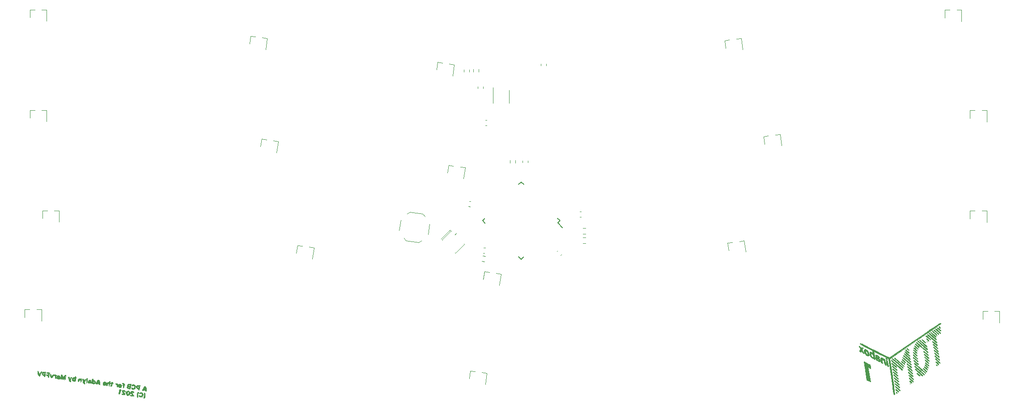
<source format=gbr>
%TF.GenerationSoftware,KiCad,Pcbnew,(5.1.6-0-10_14)*%
%TF.CreationDate,2021-08-16T20:21:43-05:00*%
%TF.ProjectId,Adalyn,4164616c-796e-42e6-9b69-6361645f7063,rev?*%
%TF.SameCoordinates,Original*%
%TF.FileFunction,Legend,Bot*%
%TF.FilePolarity,Positive*%
%FSLAX46Y46*%
G04 Gerber Fmt 4.6, Leading zero omitted, Abs format (unit mm)*
G04 Created by KiCad (PCBNEW (5.1.6-0-10_14)) date 2021-08-16 20:21:43*
%MOMM*%
%LPD*%
G01*
G04 APERTURE LIST*
%ADD10C,0.120000*%
%ADD11C,0.010000*%
%ADD12C,0.150000*%
G04 APERTURE END LIST*
D10*
%TO.C,R101*%
X138227078Y-58175020D02*
X138227078Y-57700504D01*
X139272078Y-58175020D02*
X139272078Y-57700504D01*
%TO.C,U102*%
X141949578Y-64077762D02*
X141949578Y-61127762D01*
X145049578Y-61677762D02*
X145049578Y-64077762D01*
%TO.C,R102*%
X137512078Y-57710504D02*
X137512078Y-58185020D01*
X136467078Y-57710504D02*
X136467078Y-58185020D01*
%TO.C,L101*%
X151019578Y-56993041D02*
X151019578Y-56667483D01*
X152039578Y-56993041D02*
X152039578Y-56667483D01*
%TO.C,F101*%
X140079578Y-60944983D02*
X140079578Y-61270541D01*
X139059578Y-60944983D02*
X139059578Y-61270541D01*
%TO.C,SW1*%
X128701052Y-85069392D02*
X126225382Y-84721459D01*
X129942901Y-87011121D02*
X129664555Y-88991657D01*
X127935600Y-90515867D02*
X125459930Y-90167934D01*
X124496427Y-86245669D02*
X124218081Y-88226205D01*
X129084045Y-85577641D02*
X128701052Y-85069392D01*
X125717133Y-85104452D02*
X126225382Y-84721459D01*
X125076937Y-89659685D02*
X125459930Y-90167934D01*
X128443849Y-90132874D02*
X127935600Y-90515867D01*
D11*
%TO.C,G\u002A\u002A\u002A*%
G36*
X56368789Y-115058310D02*
G01*
X56245201Y-115231703D01*
X56204291Y-115312642D01*
X56052123Y-115643804D01*
X56006741Y-115306933D01*
X55946442Y-115077979D01*
X55853412Y-114938107D01*
X55828785Y-114924670D01*
X55758871Y-114917822D01*
X55736111Y-114983985D01*
X55758516Y-115156518D01*
X55802323Y-115369140D01*
X55893153Y-115671799D01*
X56000195Y-115847659D01*
X56110018Y-115882219D01*
X56194152Y-115792283D01*
X56376246Y-115444052D01*
X56486603Y-115217512D01*
X56534735Y-115085787D01*
X56530152Y-115021999D01*
X56482363Y-114999271D01*
X56475138Y-114998160D01*
X56368789Y-115058310D01*
G37*
X56368789Y-115058310D02*
X56245201Y-115231703D01*
X56204291Y-115312642D01*
X56052123Y-115643804D01*
X56006741Y-115306933D01*
X55946442Y-115077979D01*
X55853412Y-114938107D01*
X55828785Y-114924670D01*
X55758871Y-114917822D01*
X55736111Y-114983985D01*
X55758516Y-115156518D01*
X55802323Y-115369140D01*
X55893153Y-115671799D01*
X56000195Y-115847659D01*
X56110018Y-115882219D01*
X56194152Y-115792283D01*
X56376246Y-115444052D01*
X56486603Y-115217512D01*
X56534735Y-115085787D01*
X56530152Y-115021999D01*
X56482363Y-114999271D01*
X56475138Y-114998160D01*
X56368789Y-115058310D01*
G36*
X56955352Y-115081863D02*
G01*
X56732826Y-115089728D01*
X56620544Y-115163635D01*
X56582727Y-115253108D01*
X56581184Y-115493735D01*
X56702594Y-115673267D01*
X56852625Y-115735202D01*
X56975057Y-115808796D01*
X56992370Y-115883090D01*
X57021962Y-116001028D01*
X57058537Y-116020638D01*
X57114898Y-115951209D01*
X57172876Y-115759631D01*
X57207900Y-115566225D01*
X57217148Y-115500420D01*
X57017851Y-115472411D01*
X56911629Y-115562197D01*
X56860979Y-115565379D01*
X56806738Y-115486101D01*
X56805651Y-115386605D01*
X56869943Y-115250155D01*
X56969961Y-115252767D01*
X57027040Y-115332221D01*
X57017851Y-115472411D01*
X57217148Y-115500420D01*
X57273419Y-115100030D01*
X56955352Y-115081863D01*
G37*
X56955352Y-115081863D02*
X56732826Y-115089728D01*
X56620544Y-115163635D01*
X56582727Y-115253108D01*
X56581184Y-115493735D01*
X56702594Y-115673267D01*
X56852625Y-115735202D01*
X56975057Y-115808796D01*
X56992370Y-115883090D01*
X57021962Y-116001028D01*
X57058537Y-116020638D01*
X57114898Y-115951209D01*
X57172876Y-115759631D01*
X57207900Y-115566225D01*
X57217148Y-115500420D01*
X57017851Y-115472411D01*
X56911629Y-115562197D01*
X56860979Y-115565379D01*
X56806738Y-115486101D01*
X56805651Y-115386605D01*
X56869943Y-115250155D01*
X56969961Y-115252767D01*
X57027040Y-115332221D01*
X57017851Y-115472411D01*
X57217148Y-115500420D01*
X57273419Y-115100030D01*
X56955352Y-115081863D01*
G36*
X57525937Y-115171772D02*
G01*
X57431467Y-115217891D01*
X57470015Y-115288571D01*
X57596069Y-115342122D01*
X57755922Y-115428822D01*
X57790691Y-115525914D01*
X57700116Y-115584798D01*
X57597360Y-115583372D01*
X57418813Y-115592164D01*
X57376435Y-115658756D01*
X57482788Y-115741249D01*
X57543713Y-115762299D01*
X57684991Y-115860610D01*
X57696328Y-115960692D01*
X57722950Y-116090344D01*
X57780517Y-116122105D01*
X57859873Y-116080151D01*
X57920699Y-115912230D01*
X57961773Y-115677336D01*
X58026581Y-115216202D01*
X57733132Y-115174960D01*
X57525937Y-115171772D01*
G37*
X57525937Y-115171772D02*
X57431467Y-115217891D01*
X57470015Y-115288571D01*
X57596069Y-115342122D01*
X57755922Y-115428822D01*
X57790691Y-115525914D01*
X57700116Y-115584798D01*
X57597360Y-115583372D01*
X57418813Y-115592164D01*
X57376435Y-115658756D01*
X57482788Y-115741249D01*
X57543713Y-115762299D01*
X57684991Y-115860610D01*
X57696328Y-115960692D01*
X57722950Y-116090344D01*
X57780517Y-116122105D01*
X57859873Y-116080151D01*
X57920699Y-115912230D01*
X57961773Y-115677336D01*
X58026581Y-115216202D01*
X57733132Y-115174960D01*
X57525937Y-115171772D01*
G36*
X58138266Y-115513801D02*
G01*
X58128770Y-115614540D01*
X58173910Y-115838397D01*
X58174035Y-115838921D01*
X58270184Y-116093296D01*
X58392189Y-116183154D01*
X58531410Y-116106760D01*
X58644945Y-115933485D01*
X58748763Y-115769910D01*
X58851319Y-115738889D01*
X58951747Y-115781475D01*
X59090707Y-115936297D01*
X59100600Y-116091129D01*
X59106643Y-116253970D01*
X59154605Y-116315221D01*
X59217562Y-116248219D01*
X59272878Y-116066509D01*
X59285582Y-115991633D01*
X59332715Y-115656263D01*
X58962409Y-115604220D01*
X58723194Y-115583286D01*
X58588588Y-115622075D01*
X58498353Y-115741588D01*
X58483150Y-115771329D01*
X58374194Y-115990481D01*
X58348801Y-115752448D01*
X58293665Y-115574755D01*
X58205986Y-115497910D01*
X58138266Y-115513801D01*
G37*
X58138266Y-115513801D02*
X58128770Y-115614540D01*
X58173910Y-115838397D01*
X58174035Y-115838921D01*
X58270184Y-116093296D01*
X58392189Y-116183154D01*
X58531410Y-116106760D01*
X58644945Y-115933485D01*
X58748763Y-115769910D01*
X58851319Y-115738889D01*
X58951747Y-115781475D01*
X59090707Y-115936297D01*
X59100600Y-116091129D01*
X59106643Y-116253970D01*
X59154605Y-116315221D01*
X59217562Y-116248219D01*
X59272878Y-116066509D01*
X59285582Y-115991633D01*
X59332715Y-115656263D01*
X58962409Y-115604220D01*
X58723194Y-115583286D01*
X58588588Y-115622075D01*
X58498353Y-115741588D01*
X58483150Y-115771329D01*
X58374194Y-115990481D01*
X58348801Y-115752448D01*
X58293665Y-115574755D01*
X58205986Y-115497910D01*
X58138266Y-115513801D01*
G36*
X59686842Y-115721731D02*
G01*
X59525433Y-115740913D01*
X59436623Y-115840736D01*
X59382377Y-116026612D01*
X59345640Y-116230914D01*
X59385043Y-116326330D01*
X59537032Y-116368585D01*
X59613310Y-116379688D01*
X59836299Y-116381488D01*
X59967366Y-116324924D01*
X59972807Y-116316707D01*
X59990994Y-116204771D01*
X59744979Y-116170196D01*
X59726464Y-116218422D01*
X59681228Y-116218236D01*
X59616528Y-116177859D01*
X59633189Y-116154484D01*
X59734100Y-116158434D01*
X59744979Y-116170196D01*
X59990994Y-116204771D01*
X59997888Y-116162341D01*
X59976130Y-115969504D01*
X59965815Y-115944736D01*
X59780329Y-115918667D01*
X59761814Y-115966894D01*
X59716578Y-115966708D01*
X59651878Y-115926331D01*
X59668539Y-115902956D01*
X59769450Y-115906906D01*
X59780329Y-115918667D01*
X59965815Y-115944736D01*
X59901075Y-115789284D01*
X59751795Y-115725750D01*
X59686842Y-115721731D01*
G37*
X59686842Y-115721731D02*
X59525433Y-115740913D01*
X59436623Y-115840736D01*
X59382377Y-116026612D01*
X59345640Y-116230914D01*
X59385043Y-116326330D01*
X59537032Y-116368585D01*
X59613310Y-116379688D01*
X59836299Y-116381488D01*
X59967366Y-116324924D01*
X59972807Y-116316707D01*
X59990994Y-116204771D01*
X59744979Y-116170196D01*
X59726464Y-116218422D01*
X59681228Y-116218236D01*
X59616528Y-116177859D01*
X59633189Y-116154484D01*
X59734100Y-116158434D01*
X59744979Y-116170196D01*
X59990994Y-116204771D01*
X59997888Y-116162341D01*
X59976130Y-115969504D01*
X59965815Y-115944736D01*
X59780329Y-115918667D01*
X59761814Y-115966894D01*
X59716578Y-115966708D01*
X59651878Y-115926331D01*
X59668539Y-115902956D01*
X59769450Y-115906906D01*
X59780329Y-115918667D01*
X59965815Y-115944736D01*
X59901075Y-115789284D01*
X59751795Y-115725750D01*
X59686842Y-115721731D01*
G36*
X60982846Y-115647369D02*
G01*
X60850658Y-115724320D01*
X60724793Y-115904070D01*
X60713242Y-115928747D01*
X60591280Y-116202644D01*
X60535242Y-115903144D01*
X60463110Y-115691409D01*
X60359596Y-115564271D01*
X60343712Y-115556958D01*
X60261598Y-115556254D01*
X60205760Y-115645552D01*
X60160325Y-115858040D01*
X60142547Y-115977554D01*
X60124858Y-116229542D01*
X60143353Y-116401691D01*
X60185516Y-116471163D01*
X60238827Y-116415116D01*
X60285884Y-116239090D01*
X60327208Y-116009776D01*
X60385912Y-116253148D01*
X60456061Y-116430987D01*
X60538010Y-116509646D01*
X60642040Y-116453251D01*
X60754917Y-116305009D01*
X60878429Y-116087245D01*
X60854944Y-116319067D01*
X60853691Y-116514474D01*
X60892772Y-116569541D01*
X60953860Y-116502771D01*
X61018624Y-116332669D01*
X61064817Y-116107171D01*
X61095017Y-115838021D01*
X61084009Y-115697669D01*
X61025202Y-115649159D01*
X60982846Y-115647369D01*
G37*
X60982846Y-115647369D02*
X60850658Y-115724320D01*
X60724793Y-115904070D01*
X60713242Y-115928747D01*
X60591280Y-116202644D01*
X60535242Y-115903144D01*
X60463110Y-115691409D01*
X60359596Y-115564271D01*
X60343712Y-115556958D01*
X60261598Y-115556254D01*
X60205760Y-115645552D01*
X60160325Y-115858040D01*
X60142547Y-115977554D01*
X60124858Y-116229542D01*
X60143353Y-116401691D01*
X60185516Y-116471163D01*
X60238827Y-116415116D01*
X60285884Y-116239090D01*
X60327208Y-116009776D01*
X60385912Y-116253148D01*
X60456061Y-116430987D01*
X60538010Y-116509646D01*
X60642040Y-116453251D01*
X60754917Y-116305009D01*
X60878429Y-116087245D01*
X60854944Y-116319067D01*
X60853691Y-116514474D01*
X60892772Y-116569541D01*
X60953860Y-116502771D01*
X61018624Y-116332669D01*
X61064817Y-116107171D01*
X61095017Y-115838021D01*
X61084009Y-115697669D01*
X61025202Y-115649159D01*
X60982846Y-115647369D01*
G36*
X62810791Y-115957016D02*
G01*
X62787940Y-116013615D01*
X62703937Y-116106347D01*
X62605530Y-116116227D01*
X62415230Y-116161214D01*
X62288519Y-116317117D01*
X62264850Y-116527243D01*
X62280352Y-116583519D01*
X62405153Y-116734411D01*
X62637027Y-116804643D01*
X62927526Y-116845470D01*
X62974660Y-116510099D01*
X62723132Y-116474749D01*
X62665810Y-116602300D01*
X62597708Y-116606745D01*
X62514818Y-116490084D01*
X62513525Y-116445291D01*
X62597335Y-116328692D01*
X62638949Y-116313296D01*
X62717629Y-116364035D01*
X62723132Y-116474749D01*
X62974660Y-116510099D01*
X62992335Y-116384335D01*
X63020127Y-116104656D01*
X63000630Y-115955915D01*
X62931379Y-115905526D01*
X62810791Y-115957016D01*
G37*
X62810791Y-115957016D02*
X62787940Y-116013615D01*
X62703937Y-116106347D01*
X62605530Y-116116227D01*
X62415230Y-116161214D01*
X62288519Y-116317117D01*
X62264850Y-116527243D01*
X62280352Y-116583519D01*
X62405153Y-116734411D01*
X62637027Y-116804643D01*
X62927526Y-116845470D01*
X62974660Y-116510099D01*
X62723132Y-116474749D01*
X62665810Y-116602300D01*
X62597708Y-116606745D01*
X62514818Y-116490084D01*
X62513525Y-116445291D01*
X62597335Y-116328692D01*
X62638949Y-116313296D01*
X62717629Y-116364035D01*
X62723132Y-116474749D01*
X62974660Y-116510099D01*
X62992335Y-116384335D01*
X63020127Y-116104656D01*
X63000630Y-115955915D01*
X62931379Y-115905526D01*
X62810791Y-115957016D01*
G36*
X63662723Y-116299451D02*
G01*
X63527478Y-116348396D01*
X63425975Y-116489130D01*
X63379020Y-116676073D01*
X63392992Y-116842652D01*
X63472504Y-116922062D01*
X63581366Y-116863050D01*
X63634600Y-116681221D01*
X63694856Y-116504244D01*
X63778616Y-116473613D01*
X63847416Y-116578087D01*
X63865901Y-116748822D01*
X63886298Y-116937969D01*
X63942664Y-116979623D01*
X64010340Y-116884400D01*
X64064615Y-116663282D01*
X64084417Y-116446489D01*
X64044181Y-116343217D01*
X63917163Y-116300953D01*
X63876989Y-116294919D01*
X63662723Y-116299451D01*
G37*
X63662723Y-116299451D02*
X63527478Y-116348396D01*
X63425975Y-116489130D01*
X63379020Y-116676073D01*
X63392992Y-116842652D01*
X63472504Y-116922062D01*
X63581366Y-116863050D01*
X63634600Y-116681221D01*
X63694856Y-116504244D01*
X63778616Y-116473613D01*
X63847416Y-116578087D01*
X63865901Y-116748822D01*
X63886298Y-116937969D01*
X63942664Y-116979623D01*
X64010340Y-116884400D01*
X64064615Y-116663282D01*
X64084417Y-116446489D01*
X64044181Y-116343217D01*
X63917163Y-116300953D01*
X63876989Y-116294919D01*
X63662723Y-116299451D01*
G36*
X65096641Y-116287137D02*
G01*
X65038704Y-116478408D01*
X65004560Y-116667135D01*
X64982852Y-116921605D01*
X64994866Y-117094098D01*
X65023594Y-117140053D01*
X65080163Y-117070699D01*
X65138100Y-116879428D01*
X65172245Y-116690701D01*
X65193953Y-116436231D01*
X65181939Y-116263739D01*
X65153211Y-116217784D01*
X65096641Y-116287137D01*
G37*
X65096641Y-116287137D02*
X65038704Y-116478408D01*
X65004560Y-116667135D01*
X64982852Y-116921605D01*
X64994866Y-117094098D01*
X65023594Y-117140053D01*
X65080163Y-117070699D01*
X65138100Y-116879428D01*
X65172245Y-116690701D01*
X65193953Y-116436231D01*
X65181939Y-116263739D01*
X65153211Y-116217784D01*
X65096641Y-116287137D01*
G36*
X66106712Y-116407438D02*
G01*
X66044895Y-116583867D01*
X66027651Y-116687719D01*
X65979147Y-116901808D01*
X65918285Y-116971098D01*
X65901232Y-116962750D01*
X65854676Y-116835842D01*
X65858478Y-116809453D01*
X65719706Y-116789950D01*
X65635406Y-116791794D01*
X65528827Y-116761096D01*
X65531551Y-116732293D01*
X65646578Y-116728048D01*
X65693179Y-116748259D01*
X65719706Y-116789950D01*
X65858478Y-116809453D01*
X65865558Y-116760319D01*
X65852457Y-116653268D01*
X65706296Y-116595729D01*
X65656946Y-116587825D01*
X65487749Y-116581180D01*
X65398460Y-116653520D01*
X65338675Y-116847987D01*
X65335210Y-116863228D01*
X65298640Y-117067546D01*
X65337489Y-117162905D01*
X65486650Y-117204762D01*
X65556524Y-117214952D01*
X65766990Y-117216721D01*
X65897644Y-117167030D01*
X65905065Y-117157063D01*
X65951630Y-117100602D01*
X65953974Y-117163937D01*
X66019941Y-117246979D01*
X66188611Y-117301184D01*
X66394439Y-117316919D01*
X66571888Y-117284546D01*
X66613977Y-117260969D01*
X66735184Y-117084423D01*
X66733114Y-117038315D01*
X66496053Y-117004999D01*
X66438732Y-117132549D01*
X66370629Y-117136995D01*
X66342510Y-117097418D01*
X65697810Y-117006811D01*
X65679296Y-117055038D01*
X65634059Y-117054851D01*
X65569359Y-117014475D01*
X65586020Y-116991100D01*
X65686932Y-116995050D01*
X65697810Y-117006811D01*
X66342510Y-117097418D01*
X66287740Y-117020333D01*
X66286446Y-116975540D01*
X66370256Y-116858942D01*
X66411871Y-116843546D01*
X66490550Y-116894284D01*
X66496053Y-117004999D01*
X66733114Y-117038315D01*
X66726188Y-116884050D01*
X66603951Y-116719777D01*
X66442575Y-116655489D01*
X66324154Y-116580341D01*
X66309333Y-116508515D01*
X66257842Y-116387926D01*
X66201244Y-116365076D01*
X66106712Y-116407438D01*
G37*
X66106712Y-116407438D02*
X66044895Y-116583867D01*
X66027651Y-116687719D01*
X65979147Y-116901808D01*
X65918285Y-116971098D01*
X65901232Y-116962750D01*
X65854676Y-116835842D01*
X65858478Y-116809453D01*
X65719706Y-116789950D01*
X65635406Y-116791794D01*
X65528827Y-116761096D01*
X65531551Y-116732293D01*
X65646578Y-116728048D01*
X65693179Y-116748259D01*
X65719706Y-116789950D01*
X65858478Y-116809453D01*
X65865558Y-116760319D01*
X65852457Y-116653268D01*
X65706296Y-116595729D01*
X65656946Y-116587825D01*
X65487749Y-116581180D01*
X65398460Y-116653520D01*
X65338675Y-116847987D01*
X65335210Y-116863228D01*
X65298640Y-117067546D01*
X65337489Y-117162905D01*
X65486650Y-117204762D01*
X65556524Y-117214952D01*
X65766990Y-117216721D01*
X65897644Y-117167030D01*
X65905065Y-117157063D01*
X65951630Y-117100602D01*
X65953974Y-117163937D01*
X66019941Y-117246979D01*
X66188611Y-117301184D01*
X66394439Y-117316919D01*
X66571888Y-117284546D01*
X66613977Y-117260969D01*
X66735184Y-117084423D01*
X66733114Y-117038315D01*
X66496053Y-117004999D01*
X66438732Y-117132549D01*
X66370629Y-117136995D01*
X66342510Y-117097418D01*
X65697810Y-117006811D01*
X65679296Y-117055038D01*
X65634059Y-117054851D01*
X65569359Y-117014475D01*
X65586020Y-116991100D01*
X65686932Y-116995050D01*
X65697810Y-117006811D01*
X66342510Y-117097418D01*
X66287740Y-117020333D01*
X66286446Y-116975540D01*
X66370256Y-116858942D01*
X66411871Y-116843546D01*
X66490550Y-116894284D01*
X66496053Y-117004999D01*
X66733114Y-117038315D01*
X66726188Y-116884050D01*
X66603951Y-116719777D01*
X66442575Y-116655489D01*
X66324154Y-116580341D01*
X66309333Y-116508515D01*
X66257842Y-116387926D01*
X66201244Y-116365076D01*
X66106712Y-116407438D01*
G36*
X67159149Y-116603452D02*
G01*
X67019121Y-116780935D01*
X66922142Y-116958008D01*
X66804571Y-117220144D01*
X66787734Y-117356589D01*
X66876514Y-117381251D01*
X67049297Y-117320015D01*
X67211030Y-117280769D01*
X67316457Y-117357562D01*
X67449296Y-117468569D01*
X67508616Y-117489300D01*
X67562462Y-117450654D01*
X67564871Y-117296047D01*
X67539119Y-117133437D01*
X67285202Y-117097752D01*
X67248006Y-117110679D01*
X67185493Y-117032602D01*
X67184469Y-116973501D01*
X67223897Y-116860211D01*
X67275494Y-116911246D01*
X67298632Y-116989546D01*
X67285202Y-117097752D01*
X67539119Y-117133437D01*
X67524748Y-117042699D01*
X67447773Y-116743600D01*
X67353876Y-116590919D01*
X67285308Y-116560180D01*
X67159149Y-116603452D01*
G37*
X67159149Y-116603452D02*
X67019121Y-116780935D01*
X66922142Y-116958008D01*
X66804571Y-117220144D01*
X66787734Y-117356589D01*
X66876514Y-117381251D01*
X67049297Y-117320015D01*
X67211030Y-117280769D01*
X67316457Y-117357562D01*
X67449296Y-117468569D01*
X67508616Y-117489300D01*
X67562462Y-117450654D01*
X67564871Y-117296047D01*
X67539119Y-117133437D01*
X67285202Y-117097752D01*
X67248006Y-117110679D01*
X67185493Y-117032602D01*
X67184469Y-116973501D01*
X67223897Y-116860211D01*
X67275494Y-116911246D01*
X67298632Y-116989546D01*
X67285202Y-117097752D01*
X67539119Y-117133437D01*
X67524748Y-117042699D01*
X67447773Y-116743600D01*
X67353876Y-116590919D01*
X67285308Y-116560180D01*
X67159149Y-116603452D01*
G36*
X69345260Y-116876188D02*
G01*
X69327670Y-116932714D01*
X69243838Y-117027007D01*
X69152576Y-117036354D01*
X68960700Y-117071478D01*
X68867966Y-117130005D01*
X68761637Y-117204663D01*
X68734281Y-117177063D01*
X68499969Y-117144133D01*
X68481455Y-117192360D01*
X68436218Y-117192173D01*
X68371518Y-117151797D01*
X68388179Y-117128422D01*
X68489091Y-117132372D01*
X68499969Y-117144133D01*
X68734281Y-117177063D01*
X68702530Y-117145030D01*
X68685848Y-117104410D01*
X68564762Y-116959797D01*
X68398637Y-116937881D01*
X68235924Y-117020169D01*
X68125073Y-117188171D01*
X68103634Y-117326603D01*
X68174995Y-117506972D01*
X68344718Y-117600625D01*
X68552579Y-117580203D01*
X68603845Y-117553821D01*
X68711920Y-117513654D01*
X68725899Y-117564410D01*
X68781915Y-117657357D01*
X68838437Y-117676194D01*
X68947299Y-117617183D01*
X68980234Y-117504684D01*
X68451165Y-117430328D01*
X68366865Y-117432172D01*
X68260286Y-117401474D01*
X68263010Y-117372671D01*
X68378037Y-117368426D01*
X68424638Y-117388636D01*
X68451165Y-117430328D01*
X68980234Y-117504684D01*
X69000533Y-117435354D01*
X69060789Y-117258377D01*
X69144548Y-117227746D01*
X69213349Y-117332220D01*
X69231832Y-117502955D01*
X69247224Y-117695159D01*
X69294354Y-117740859D01*
X69356962Y-117655936D01*
X69418783Y-117456271D01*
X69448222Y-117291651D01*
X69469931Y-117037181D01*
X69457916Y-116864689D01*
X69429188Y-116818733D01*
X69345260Y-116876188D01*
G37*
X69345260Y-116876188D02*
X69327670Y-116932714D01*
X69243838Y-117027007D01*
X69152576Y-117036354D01*
X68960700Y-117071478D01*
X68867966Y-117130005D01*
X68761637Y-117204663D01*
X68734281Y-117177063D01*
X68499969Y-117144133D01*
X68481455Y-117192360D01*
X68436218Y-117192173D01*
X68371518Y-117151797D01*
X68388179Y-117128422D01*
X68489091Y-117132372D01*
X68499969Y-117144133D01*
X68734281Y-117177063D01*
X68702530Y-117145030D01*
X68685848Y-117104410D01*
X68564762Y-116959797D01*
X68398637Y-116937881D01*
X68235924Y-117020169D01*
X68125073Y-117188171D01*
X68103634Y-117326603D01*
X68174995Y-117506972D01*
X68344718Y-117600625D01*
X68552579Y-117580203D01*
X68603845Y-117553821D01*
X68711920Y-117513654D01*
X68725899Y-117564410D01*
X68781915Y-117657357D01*
X68838437Y-117676194D01*
X68947299Y-117617183D01*
X68980234Y-117504684D01*
X68451165Y-117430328D01*
X68366865Y-117432172D01*
X68260286Y-117401474D01*
X68263010Y-117372671D01*
X68378037Y-117368426D01*
X68424638Y-117388636D01*
X68451165Y-117430328D01*
X68980234Y-117504684D01*
X69000533Y-117435354D01*
X69060789Y-117258377D01*
X69144548Y-117227746D01*
X69213349Y-117332220D01*
X69231832Y-117502955D01*
X69247224Y-117695159D01*
X69294354Y-117740859D01*
X69356962Y-117655936D01*
X69418783Y-117456271D01*
X69448222Y-117291651D01*
X69469931Y-117037181D01*
X69457916Y-116864689D01*
X69429188Y-116818733D01*
X69345260Y-116876188D01*
G36*
X69883861Y-116979380D02*
G01*
X69743559Y-117030366D01*
X69664980Y-117080122D01*
X69563517Y-117186173D01*
X69604498Y-117249744D01*
X69671186Y-117349110D01*
X69674511Y-117492227D01*
X69621316Y-117596747D01*
X69574666Y-117608668D01*
X69484293Y-117661029D01*
X69479040Y-117680726D01*
X69539689Y-117758716D01*
X69634942Y-117788136D01*
X69764781Y-117764668D01*
X69828339Y-117619934D01*
X69836996Y-117567161D01*
X69896352Y-117380126D01*
X69983041Y-117288441D01*
X70052197Y-117241992D01*
X69996291Y-117190377D01*
X69940615Y-117093077D01*
X69956031Y-117056470D01*
X69971919Y-116986681D01*
X69883861Y-116979380D01*
G37*
X69883861Y-116979380D02*
X69743559Y-117030366D01*
X69664980Y-117080122D01*
X69563517Y-117186173D01*
X69604498Y-117249744D01*
X69671186Y-117349110D01*
X69674511Y-117492227D01*
X69621316Y-117596747D01*
X69574666Y-117608668D01*
X69484293Y-117661029D01*
X69479040Y-117680726D01*
X69539689Y-117758716D01*
X69634942Y-117788136D01*
X69764781Y-117764668D01*
X69828339Y-117619934D01*
X69836996Y-117567161D01*
X69896352Y-117380126D01*
X69983041Y-117288441D01*
X70052197Y-117241992D01*
X69996291Y-117190377D01*
X69940615Y-117093077D01*
X69956031Y-117056470D01*
X69971919Y-116986681D01*
X69883861Y-116979380D01*
G36*
X70540699Y-117260485D02*
G01*
X70475539Y-117318640D01*
X70556667Y-117405899D01*
X70624498Y-117438990D01*
X70747971Y-117567507D01*
X70755459Y-117723863D01*
X70760546Y-117889047D01*
X70808740Y-117953103D01*
X70896621Y-117898364D01*
X70906722Y-117864275D01*
X70939668Y-117809421D01*
X71007334Y-117878415D01*
X71184982Y-117997764D01*
X71402162Y-118006024D01*
X71579257Y-117901402D01*
X71586891Y-117891467D01*
X71630409Y-117763125D01*
X71413386Y-117732624D01*
X71389067Y-117778166D01*
X71289366Y-117814966D01*
X71242324Y-117772442D01*
X71220630Y-117632456D01*
X71244949Y-117586914D01*
X71344651Y-117550113D01*
X71391693Y-117592638D01*
X71413386Y-117732624D01*
X71630409Y-117763125D01*
X71656069Y-117687452D01*
X71596863Y-117501814D01*
X71449143Y-117372020D01*
X71252777Y-117335530D01*
X71073320Y-117408895D01*
X70982045Y-117455551D01*
X70972709Y-117394755D01*
X70909682Y-117313362D01*
X70736363Y-117258941D01*
X70735321Y-117258795D01*
X70540699Y-117260485D01*
G37*
X70540699Y-117260485D02*
X70475539Y-117318640D01*
X70556667Y-117405899D01*
X70624498Y-117438990D01*
X70747971Y-117567507D01*
X70755459Y-117723863D01*
X70760546Y-117889047D01*
X70808740Y-117953103D01*
X70896621Y-117898364D01*
X70906722Y-117864275D01*
X70939668Y-117809421D01*
X71007334Y-117878415D01*
X71184982Y-117997764D01*
X71402162Y-118006024D01*
X71579257Y-117901402D01*
X71586891Y-117891467D01*
X71630409Y-117763125D01*
X71413386Y-117732624D01*
X71389067Y-117778166D01*
X71289366Y-117814966D01*
X71242324Y-117772442D01*
X71220630Y-117632456D01*
X71244949Y-117586914D01*
X71344651Y-117550113D01*
X71391693Y-117592638D01*
X71413386Y-117732624D01*
X71630409Y-117763125D01*
X71656069Y-117687452D01*
X71596863Y-117501814D01*
X71449143Y-117372020D01*
X71252777Y-117335530D01*
X71073320Y-117408895D01*
X70982045Y-117455551D01*
X70972709Y-117394755D01*
X70909682Y-117313362D01*
X70736363Y-117258941D01*
X70735321Y-117258795D01*
X70540699Y-117260485D01*
G36*
X71794574Y-117190933D02*
G01*
X71765000Y-117232508D01*
X71824186Y-117313971D01*
X71899761Y-117338256D01*
X71995400Y-117366243D01*
X71930672Y-117419561D01*
X71908042Y-117431428D01*
X71820367Y-117504429D01*
X71868604Y-117559949D01*
X71929180Y-117676421D01*
X71933063Y-117861744D01*
X71933594Y-118038810D01*
X71982538Y-118118069D01*
X72052261Y-118053739D01*
X72100749Y-117885311D01*
X72156459Y-117704120D01*
X72236835Y-117622037D01*
X72278440Y-117556143D01*
X72227482Y-117428544D01*
X72118473Y-117289450D01*
X71985928Y-117189068D01*
X71925835Y-117169614D01*
X71794574Y-117190933D01*
G37*
X71794574Y-117190933D02*
X71765000Y-117232508D01*
X71824186Y-117313971D01*
X71899761Y-117338256D01*
X71995400Y-117366243D01*
X71930672Y-117419561D01*
X71908042Y-117431428D01*
X71820367Y-117504429D01*
X71868604Y-117559949D01*
X71929180Y-117676421D01*
X71933063Y-117861744D01*
X71933594Y-118038810D01*
X71982538Y-118118069D01*
X72052261Y-118053739D01*
X72100749Y-117885311D01*
X72156459Y-117704120D01*
X72236835Y-117622037D01*
X72278440Y-117556143D01*
X72227482Y-117428544D01*
X72118473Y-117289450D01*
X71985928Y-117189068D01*
X71925835Y-117169614D01*
X71794574Y-117190933D01*
G36*
X73136993Y-117356044D02*
G01*
X72923098Y-117359729D01*
X72822195Y-117423272D01*
X72784814Y-117548976D01*
X72727557Y-117750915D01*
X72670010Y-117857207D01*
X72634481Y-118003071D01*
X72734443Y-118143938D01*
X72938648Y-118245291D01*
X73040837Y-118266803D01*
X73324021Y-118306602D01*
X73359371Y-118055074D01*
X73149764Y-118025616D01*
X73017612Y-118085713D01*
X72965347Y-118085197D01*
X72863574Y-118023089D01*
X72856315Y-117984374D01*
X72936230Y-117926811D01*
X73040732Y-117924793D01*
X73152126Y-117973362D01*
X73149764Y-118025616D01*
X73359371Y-118055074D01*
X73412396Y-117677782D01*
X73244710Y-117654215D01*
X73161976Y-117755939D01*
X73101271Y-117762304D01*
X72999548Y-117679569D01*
X72993182Y-117618865D01*
X73075917Y-117517141D01*
X73136621Y-117510776D01*
X73238345Y-117593512D01*
X73244710Y-117654215D01*
X73412396Y-117677782D01*
X73455060Y-117374211D01*
X73136993Y-117356044D01*
G37*
X73136993Y-117356044D02*
X72923098Y-117359729D01*
X72822195Y-117423272D01*
X72784814Y-117548976D01*
X72727557Y-117750915D01*
X72670010Y-117857207D01*
X72634481Y-118003071D01*
X72734443Y-118143938D01*
X72938648Y-118245291D01*
X73040837Y-118266803D01*
X73324021Y-118306602D01*
X73359371Y-118055074D01*
X73149764Y-118025616D01*
X73017612Y-118085713D01*
X72965347Y-118085197D01*
X72863574Y-118023089D01*
X72856315Y-117984374D01*
X72936230Y-117926811D01*
X73040732Y-117924793D01*
X73152126Y-117973362D01*
X73149764Y-118025616D01*
X73359371Y-118055074D01*
X73412396Y-117677782D01*
X73244710Y-117654215D01*
X73161976Y-117755939D01*
X73101271Y-117762304D01*
X72999548Y-117679569D01*
X72993182Y-117618865D01*
X73075917Y-117517141D01*
X73136621Y-117510776D01*
X73238345Y-117593512D01*
X73244710Y-117654215D01*
X73412396Y-117677782D01*
X73455060Y-117374211D01*
X73136993Y-117356044D01*
G36*
X73771345Y-117472775D02*
G01*
X73619469Y-117561428D01*
X73590604Y-117626476D01*
X73621507Y-117739938D01*
X73743101Y-117727249D01*
X73814758Y-117681930D01*
X73953558Y-117646389D01*
X74045416Y-117745969D01*
X74059571Y-117939734D01*
X73989491Y-118126172D01*
X73872904Y-118192516D01*
X73753181Y-118120070D01*
X73626909Y-118012641D01*
X73539913Y-118050992D01*
X73522425Y-118111592D01*
X73570835Y-118259560D01*
X73726049Y-118349534D01*
X73930735Y-118365140D01*
X74127559Y-118290011D01*
X74133055Y-118285949D01*
X74269129Y-118100033D01*
X74302487Y-117867716D01*
X74242426Y-117646425D01*
X74098247Y-117493583D01*
X73999483Y-117461047D01*
X73771345Y-117472775D01*
G37*
X73771345Y-117472775D02*
X73619469Y-117561428D01*
X73590604Y-117626476D01*
X73621507Y-117739938D01*
X73743101Y-117727249D01*
X73814758Y-117681930D01*
X73953558Y-117646389D01*
X74045416Y-117745969D01*
X74059571Y-117939734D01*
X73989491Y-118126172D01*
X73872904Y-118192516D01*
X73753181Y-118120070D01*
X73626909Y-118012641D01*
X73539913Y-118050992D01*
X73522425Y-118111592D01*
X73570835Y-118259560D01*
X73726049Y-118349534D01*
X73930735Y-118365140D01*
X74127559Y-118290011D01*
X74133055Y-118285949D01*
X74269129Y-118100033D01*
X74302487Y-117867716D01*
X74242426Y-117646425D01*
X74098247Y-117493583D01*
X73999483Y-117461047D01*
X73771345Y-117472775D01*
G36*
X74813847Y-117591711D02*
G01*
X74591321Y-117599576D01*
X74479038Y-117673483D01*
X74441222Y-117762956D01*
X74439679Y-118003583D01*
X74561088Y-118183115D01*
X74711120Y-118245050D01*
X74833551Y-118318643D01*
X74850865Y-118392938D01*
X74880456Y-118510876D01*
X74917032Y-118530485D01*
X74973392Y-118461056D01*
X75031371Y-118269479D01*
X75066394Y-118076072D01*
X75078427Y-117990454D01*
X74887464Y-117963616D01*
X74861968Y-118009754D01*
X74744203Y-118077336D01*
X74668420Y-118003513D01*
X74664145Y-117896453D01*
X74716357Y-117764825D01*
X74766606Y-117739856D01*
X74874154Y-117822587D01*
X74887464Y-117963616D01*
X75078427Y-117990454D01*
X75131914Y-117609878D01*
X74813847Y-117591711D01*
G37*
X74813847Y-117591711D02*
X74591321Y-117599576D01*
X74479038Y-117673483D01*
X74441222Y-117762956D01*
X74439679Y-118003583D01*
X74561088Y-118183115D01*
X74711120Y-118245050D01*
X74833551Y-118318643D01*
X74850865Y-118392938D01*
X74880456Y-118510876D01*
X74917032Y-118530485D01*
X74973392Y-118461056D01*
X75031371Y-118269479D01*
X75066394Y-118076072D01*
X75078427Y-117990454D01*
X74887464Y-117963616D01*
X74861968Y-118009754D01*
X74744203Y-118077336D01*
X74668420Y-118003513D01*
X74664145Y-117896453D01*
X74716357Y-117764825D01*
X74766606Y-117739856D01*
X74874154Y-117822587D01*
X74887464Y-117963616D01*
X75078427Y-117990454D01*
X75131914Y-117609878D01*
X74813847Y-117591711D01*
G36*
X75962632Y-117840701D02*
G01*
X75822604Y-118018184D01*
X75725625Y-118195257D01*
X75608054Y-118457393D01*
X75591217Y-118593838D01*
X75679998Y-118618500D01*
X75852781Y-118557264D01*
X76014514Y-118518018D01*
X76119940Y-118594811D01*
X76252780Y-118705818D01*
X76312100Y-118726549D01*
X76365945Y-118687903D01*
X76368354Y-118533296D01*
X76342602Y-118370686D01*
X76088685Y-118335001D01*
X76051489Y-118347928D01*
X75988976Y-118269851D01*
X75987952Y-118210750D01*
X76027380Y-118097460D01*
X76078978Y-118148494D01*
X76102115Y-118226795D01*
X76088685Y-118335001D01*
X76342602Y-118370686D01*
X76328231Y-118279948D01*
X76251256Y-117980848D01*
X76157359Y-117828168D01*
X76088791Y-117797429D01*
X75962632Y-117840701D01*
G37*
X75962632Y-117840701D02*
X75822604Y-118018184D01*
X75725625Y-118195257D01*
X75608054Y-118457393D01*
X75591217Y-118593838D01*
X75679998Y-118618500D01*
X75852781Y-118557264D01*
X76014514Y-118518018D01*
X76119940Y-118594811D01*
X76252780Y-118705818D01*
X76312100Y-118726549D01*
X76365945Y-118687903D01*
X76368354Y-118533296D01*
X76342602Y-118370686D01*
X76088685Y-118335001D01*
X76051489Y-118347928D01*
X75988976Y-118269851D01*
X75987952Y-118210750D01*
X76027380Y-118097460D01*
X76078978Y-118148494D01*
X76102115Y-118226795D01*
X76088685Y-118335001D01*
X76342602Y-118370686D01*
X76328231Y-118279948D01*
X76251256Y-117980848D01*
X76157359Y-117828168D01*
X76088791Y-117797429D01*
X75962632Y-117840701D01*
G36*
X62027113Y-116104646D02*
G01*
X61930525Y-116213732D01*
X61819744Y-116390536D01*
X61786299Y-116193464D01*
X61718061Y-116034352D01*
X61639484Y-115980458D01*
X61575435Y-116000942D01*
X61567564Y-116112519D01*
X61610394Y-116339739D01*
X61675660Y-116594471D01*
X61739462Y-116788520D01*
X61758714Y-116830827D01*
X61866367Y-116933608D01*
X61992829Y-116964125D01*
X62064115Y-116905089D01*
X62064551Y-116902309D01*
X62011901Y-116798714D01*
X61980728Y-116778410D01*
X61944232Y-116701564D01*
X62003422Y-116534468D01*
X62075978Y-116399927D01*
X62185509Y-116189747D01*
X62205246Y-116084749D01*
X62153579Y-116052708D01*
X62027113Y-116104646D01*
G37*
X62027113Y-116104646D02*
X61930525Y-116213732D01*
X61819744Y-116390536D01*
X61786299Y-116193464D01*
X61718061Y-116034352D01*
X61639484Y-115980458D01*
X61575435Y-116000942D01*
X61567564Y-116112519D01*
X61610394Y-116339739D01*
X61675660Y-116594471D01*
X61739462Y-116788520D01*
X61758714Y-116830827D01*
X61866367Y-116933608D01*
X61992829Y-116964125D01*
X62064115Y-116905089D01*
X62064551Y-116902309D01*
X62011901Y-116798714D01*
X61980728Y-116778410D01*
X61944232Y-116701564D01*
X62003422Y-116534468D01*
X62075978Y-116399927D01*
X62185509Y-116189747D01*
X62205246Y-116084749D01*
X62153579Y-116052708D01*
X62027113Y-116104646D01*
G36*
X64710078Y-116481712D02*
G01*
X64613492Y-116590799D01*
X64502711Y-116767603D01*
X64469265Y-116570530D01*
X64401027Y-116411419D01*
X64322450Y-116357524D01*
X64258402Y-116378008D01*
X64250529Y-116489585D01*
X64293360Y-116716805D01*
X64358627Y-116971538D01*
X64422428Y-117165587D01*
X64441681Y-117207894D01*
X64549333Y-117310674D01*
X64675795Y-117341192D01*
X64747081Y-117282155D01*
X64747518Y-117279376D01*
X64694867Y-117175780D01*
X64663694Y-117155476D01*
X64627198Y-117078630D01*
X64686388Y-116911534D01*
X64758944Y-116776993D01*
X64868475Y-116566813D01*
X64888212Y-116461815D01*
X64836545Y-116429775D01*
X64710078Y-116481712D01*
G37*
X64710078Y-116481712D02*
X64613492Y-116590799D01*
X64502711Y-116767603D01*
X64469265Y-116570530D01*
X64401027Y-116411419D01*
X64322450Y-116357524D01*
X64258402Y-116378008D01*
X64250529Y-116489585D01*
X64293360Y-116716805D01*
X64358627Y-116971538D01*
X64422428Y-117165587D01*
X64441681Y-117207894D01*
X64549333Y-117310674D01*
X64675795Y-117341192D01*
X64747081Y-117282155D01*
X64747518Y-117279376D01*
X64694867Y-117175780D01*
X64663694Y-117155476D01*
X64627198Y-117078630D01*
X64686388Y-116911534D01*
X64758944Y-116776993D01*
X64868475Y-116566813D01*
X64888212Y-116461815D01*
X64836545Y-116429775D01*
X64710078Y-116481712D01*
G36*
X71300887Y-118379816D02*
G01*
X71234210Y-118444726D01*
X71189022Y-118612820D01*
X71157933Y-118814416D01*
X71132568Y-119118466D01*
X71164426Y-119269959D01*
X71197929Y-119290280D01*
X71283091Y-119222661D01*
X71344155Y-119007787D01*
X71349170Y-118974587D01*
X71400035Y-118754075D01*
X71468553Y-118617780D01*
X71486733Y-118604130D01*
X71584485Y-118511742D01*
X71534030Y-118420206D01*
X71411387Y-118379794D01*
X71300887Y-118379816D01*
G37*
X71300887Y-118379816D02*
X71234210Y-118444726D01*
X71189022Y-118612820D01*
X71157933Y-118814416D01*
X71132568Y-119118466D01*
X71164426Y-119269959D01*
X71197929Y-119290280D01*
X71283091Y-119222661D01*
X71344155Y-119007787D01*
X71349170Y-118974587D01*
X71400035Y-118754075D01*
X71468553Y-118617780D01*
X71486733Y-118604130D01*
X71584485Y-118511742D01*
X71534030Y-118420206D01*
X71411387Y-118379794D01*
X71300887Y-118379816D01*
G36*
X71947960Y-118499828D02*
G01*
X71788709Y-118566641D01*
X71735850Y-118656634D01*
X71768105Y-118821386D01*
X71871242Y-119016029D01*
X72026270Y-119235699D01*
X71843970Y-119210079D01*
X71695404Y-119222412D01*
X71649886Y-119268300D01*
X71716888Y-119331256D01*
X71898597Y-119386573D01*
X71973473Y-119399276D01*
X72186203Y-119409351D01*
X72309841Y-119377210D01*
X72321163Y-119358756D01*
X72282540Y-119237700D01*
X72171784Y-119057069D01*
X72153333Y-119032037D01*
X72018209Y-118815033D01*
X71993546Y-118679342D01*
X72079523Y-118644692D01*
X72151963Y-118719935D01*
X72151582Y-118740318D01*
X72209038Y-118824245D01*
X72265563Y-118841835D01*
X72384973Y-118813503D01*
X72378508Y-118699294D01*
X72301876Y-118591364D01*
X72142782Y-118505329D01*
X71947960Y-118499828D01*
G37*
X71947960Y-118499828D02*
X71788709Y-118566641D01*
X71735850Y-118656634D01*
X71768105Y-118821386D01*
X71871242Y-119016029D01*
X72026270Y-119235699D01*
X71843970Y-119210079D01*
X71695404Y-119222412D01*
X71649886Y-119268300D01*
X71716888Y-119331256D01*
X71898597Y-119386573D01*
X71973473Y-119399276D01*
X72186203Y-119409351D01*
X72309841Y-119377210D01*
X72321163Y-119358756D01*
X72282540Y-119237700D01*
X72171784Y-119057069D01*
X72153333Y-119032037D01*
X72018209Y-118815033D01*
X71993546Y-118679342D01*
X72079523Y-118644692D01*
X72151963Y-118719935D01*
X72151582Y-118740318D01*
X72209038Y-118824245D01*
X72265563Y-118841835D01*
X72384973Y-118813503D01*
X72378508Y-118699294D01*
X72301876Y-118591364D01*
X72142782Y-118505329D01*
X71947960Y-118499828D01*
G36*
X72711128Y-118686229D02*
G01*
X72577411Y-118811687D01*
X72476103Y-118975829D01*
X72479864Y-119121471D01*
X72535227Y-119254626D01*
X72664380Y-119431763D01*
X72811900Y-119517109D01*
X72980475Y-119474043D01*
X73150206Y-119341056D01*
X73266962Y-119180140D01*
X73272056Y-119098642D01*
X73041548Y-119066246D01*
X72984284Y-119254195D01*
X72885366Y-119342067D01*
X72795326Y-119294767D01*
X72747865Y-119144620D01*
X72751926Y-119031313D01*
X72817313Y-118842672D01*
X72910911Y-118804285D01*
X73015689Y-118890604D01*
X73041548Y-119066246D01*
X73272056Y-119098642D01*
X73275965Y-119036075D01*
X73231748Y-118903648D01*
X73081483Y-118695444D01*
X72935625Y-118636761D01*
X72711128Y-118686229D01*
G37*
X72711128Y-118686229D02*
X72577411Y-118811687D01*
X72476103Y-118975829D01*
X72479864Y-119121471D01*
X72535227Y-119254626D01*
X72664380Y-119431763D01*
X72811900Y-119517109D01*
X72980475Y-119474043D01*
X73150206Y-119341056D01*
X73266962Y-119180140D01*
X73272056Y-119098642D01*
X73041548Y-119066246D01*
X72984284Y-119254195D01*
X72885366Y-119342067D01*
X72795326Y-119294767D01*
X72747865Y-119144620D01*
X72751926Y-119031313D01*
X72817313Y-118842672D01*
X72910911Y-118804285D01*
X73015689Y-118890604D01*
X73041548Y-119066246D01*
X73272056Y-119098642D01*
X73275965Y-119036075D01*
X73231748Y-118903648D01*
X73081483Y-118695444D01*
X72935625Y-118636761D01*
X72711128Y-118686229D01*
G36*
X73500356Y-118744347D02*
G01*
X73423957Y-118793982D01*
X73359067Y-118890888D01*
X73389763Y-119016758D01*
X73502115Y-119189711D01*
X73705267Y-119471667D01*
X73479974Y-119440004D01*
X73311277Y-119443696D01*
X73242897Y-119492183D01*
X73310808Y-119552716D01*
X73496192Y-119609357D01*
X73608406Y-119629051D01*
X73834594Y-119652933D01*
X73972302Y-119652283D01*
X73991179Y-119643072D01*
X73952044Y-119555642D01*
X73846454Y-119377766D01*
X73776023Y-119267967D01*
X73658494Y-119056348D01*
X73616446Y-118913077D01*
X73648951Y-118864539D01*
X73755078Y-118937120D01*
X73786515Y-118970093D01*
X73918706Y-119055639D01*
X73990438Y-118994837D01*
X73984356Y-118873337D01*
X73882801Y-118754410D01*
X73697028Y-118707953D01*
X73500356Y-118744347D01*
G37*
X73500356Y-118744347D02*
X73423957Y-118793982D01*
X73359067Y-118890888D01*
X73389763Y-119016758D01*
X73502115Y-119189711D01*
X73705267Y-119471667D01*
X73479974Y-119440004D01*
X73311277Y-119443696D01*
X73242897Y-119492183D01*
X73310808Y-119552716D01*
X73496192Y-119609357D01*
X73608406Y-119629051D01*
X73834594Y-119652933D01*
X73972302Y-119652283D01*
X73991179Y-119643072D01*
X73952044Y-119555642D01*
X73846454Y-119377766D01*
X73776023Y-119267967D01*
X73658494Y-119056348D01*
X73616446Y-118913077D01*
X73648951Y-118864539D01*
X73755078Y-118937120D01*
X73786515Y-118970093D01*
X73918706Y-119055639D01*
X73990438Y-118994837D01*
X73984356Y-118873337D01*
X73882801Y-118754410D01*
X73697028Y-118707953D01*
X73500356Y-118744347D01*
G36*
X75187607Y-118954299D02*
G01*
X75035729Y-119042951D01*
X75006865Y-119108000D01*
X75037769Y-119221461D01*
X75159362Y-119208772D01*
X75231018Y-119163454D01*
X75369819Y-119127912D01*
X75461677Y-119227492D01*
X75475832Y-119421257D01*
X75405751Y-119607695D01*
X75289164Y-119674039D01*
X75169442Y-119601594D01*
X75043171Y-119494165D01*
X74956175Y-119532516D01*
X74938687Y-119593116D01*
X74987096Y-119741084D01*
X75142311Y-119831057D01*
X75346997Y-119846664D01*
X75543821Y-119771534D01*
X75549316Y-119767473D01*
X75685390Y-119581556D01*
X75718747Y-119349240D01*
X75658688Y-119127948D01*
X75514508Y-118975107D01*
X75415745Y-118942570D01*
X75187607Y-118954299D01*
G37*
X75187607Y-118954299D02*
X75035729Y-119042951D01*
X75006865Y-119108000D01*
X75037769Y-119221461D01*
X75159362Y-119208772D01*
X75231018Y-119163454D01*
X75369819Y-119127912D01*
X75461677Y-119227492D01*
X75475832Y-119421257D01*
X75405751Y-119607695D01*
X75289164Y-119674039D01*
X75169442Y-119601594D01*
X75043171Y-119494165D01*
X74956175Y-119532516D01*
X74938687Y-119593116D01*
X74987096Y-119741084D01*
X75142311Y-119831057D01*
X75346997Y-119846664D01*
X75543821Y-119771534D01*
X75549316Y-119767473D01*
X75685390Y-119581556D01*
X75718747Y-119349240D01*
X75658688Y-119127948D01*
X75514508Y-118975107D01*
X75415745Y-118942570D01*
X75187607Y-118954299D01*
G36*
X74768756Y-118916297D02*
G01*
X74661336Y-119044052D01*
X74572344Y-119247533D01*
X74538914Y-119395868D01*
X74541534Y-119600526D01*
X74590595Y-119789436D01*
X74665793Y-119909256D01*
X74736777Y-119915706D01*
X74761471Y-119810861D01*
X74738936Y-119620188D01*
X74738434Y-119617941D01*
X74728223Y-119348193D01*
X74808093Y-119165495D01*
X74881383Y-118996406D01*
X74864962Y-118908570D01*
X74768756Y-118916297D01*
G37*
X74768756Y-118916297D02*
X74661336Y-119044052D01*
X74572344Y-119247533D01*
X74538914Y-119395868D01*
X74541534Y-119600526D01*
X74590595Y-119789436D01*
X74665793Y-119909256D01*
X74736777Y-119915706D01*
X74761471Y-119810861D01*
X74738936Y-119620188D01*
X74738434Y-119617941D01*
X74728223Y-119348193D01*
X74808093Y-119165495D01*
X74881383Y-118996406D01*
X74864962Y-118908570D01*
X74768756Y-118916297D01*
G36*
X75952872Y-119061440D02*
G01*
X75906296Y-119165388D01*
X75922704Y-119330470D01*
X75912733Y-119656191D01*
X75860376Y-119787037D01*
X75799034Y-119972419D01*
X75823724Y-120073117D01*
X75912172Y-120057952D01*
X75992611Y-119972144D01*
X76084339Y-119777653D01*
X76129172Y-119542183D01*
X76129136Y-119312097D01*
X76086251Y-119133757D01*
X76002544Y-119053527D01*
X75952872Y-119061440D01*
G37*
X75952872Y-119061440D02*
X75906296Y-119165388D01*
X75922704Y-119330470D01*
X75912733Y-119656191D01*
X75860376Y-119787037D01*
X75799034Y-119972419D01*
X75823724Y-120073117D01*
X75912172Y-120057952D01*
X75992611Y-119972144D01*
X76084339Y-119777653D01*
X76129172Y-119542183D01*
X76129136Y-119312097D01*
X76086251Y-119133757D01*
X76002544Y-119053527D01*
X75952872Y-119061440D01*
G36*
X226327643Y-106495304D02*
G01*
X226346841Y-106584654D01*
X226409824Y-106682768D01*
X226466027Y-106732704D01*
X226553596Y-106784001D01*
X226591400Y-106767156D01*
X226605709Y-106719431D01*
X226583163Y-106623636D01*
X226504533Y-106521916D01*
X226407808Y-106456679D01*
X226365180Y-106450901D01*
X226327643Y-106495304D01*
G37*
X226327643Y-106495304D02*
X226346841Y-106584654D01*
X226409824Y-106682768D01*
X226466027Y-106732704D01*
X226553596Y-106784001D01*
X226591400Y-106767156D01*
X226605709Y-106719431D01*
X226583163Y-106623636D01*
X226504533Y-106521916D01*
X226407808Y-106456679D01*
X226365180Y-106450901D01*
X226327643Y-106495304D01*
G36*
X226026214Y-106698112D02*
G01*
X226015236Y-106751313D01*
X226060532Y-106828425D01*
X226173248Y-106944206D01*
X226293503Y-107052041D01*
X226485125Y-107212302D01*
X226611199Y-107299136D01*
X226680256Y-107316258D01*
X226700825Y-107267381D01*
X226697006Y-107227753D01*
X226650901Y-107149406D01*
X226543235Y-107029538D01*
X226396424Y-106892856D01*
X226382004Y-106880529D01*
X226217806Y-106748464D01*
X226112128Y-106684238D01*
X226048523Y-106679421D01*
X226026214Y-106698112D01*
G37*
X226026214Y-106698112D02*
X226015236Y-106751313D01*
X226060532Y-106828425D01*
X226173248Y-106944206D01*
X226293503Y-107052041D01*
X226485125Y-107212302D01*
X226611199Y-107299136D01*
X226680256Y-107316258D01*
X226700825Y-107267381D01*
X226697006Y-107227753D01*
X226650901Y-107149406D01*
X226543235Y-107029538D01*
X226396424Y-106892856D01*
X226382004Y-106880529D01*
X226217806Y-106748464D01*
X226112128Y-106684238D01*
X226048523Y-106679421D01*
X226026214Y-106698112D01*
G36*
X225686486Y-106900215D02*
G01*
X225686646Y-106942475D01*
X225727051Y-106997992D01*
X225828116Y-107103404D01*
X225969952Y-107240573D01*
X226132675Y-107391365D01*
X226296397Y-107537645D01*
X226441231Y-107661277D01*
X226547289Y-107744126D01*
X226592863Y-107768882D01*
X226623051Y-107722388D01*
X226634851Y-107682742D01*
X226603610Y-107607085D01*
X226494440Y-107478024D01*
X226315859Y-107305125D01*
X226232086Y-107230372D01*
X225997894Y-107033850D01*
X225831480Y-106914681D01*
X225728969Y-106870818D01*
X225686486Y-106900215D01*
G37*
X225686486Y-106900215D02*
X225686646Y-106942475D01*
X225727051Y-106997992D01*
X225828116Y-107103404D01*
X225969952Y-107240573D01*
X226132675Y-107391365D01*
X226296397Y-107537645D01*
X226441231Y-107661277D01*
X226547289Y-107744126D01*
X226592863Y-107768882D01*
X226623051Y-107722388D01*
X226634851Y-107682742D01*
X226603610Y-107607085D01*
X226494440Y-107478024D01*
X226315859Y-107305125D01*
X226232086Y-107230372D01*
X225997894Y-107033850D01*
X225831480Y-106914681D01*
X225728969Y-106870818D01*
X225686486Y-106900215D01*
G36*
X225398463Y-107089911D02*
G01*
X225392131Y-107151528D01*
X225393216Y-107159953D01*
X225434874Y-107222431D01*
X225537254Y-107333826D01*
X225679814Y-107475139D01*
X225842016Y-107627367D01*
X226003321Y-107771511D01*
X226143192Y-107888566D01*
X226241086Y-107959533D01*
X226271065Y-107972088D01*
X226311488Y-107927693D01*
X226324996Y-107887477D01*
X226293148Y-107810789D01*
X226180236Y-107680539D01*
X225993034Y-107504168D01*
X225910935Y-107432677D01*
X225690719Y-107248578D01*
X225538244Y-107133424D01*
X225443996Y-107082207D01*
X225398463Y-107089911D01*
G37*
X225398463Y-107089911D02*
X225392131Y-107151528D01*
X225393216Y-107159953D01*
X225434874Y-107222431D01*
X225537254Y-107333826D01*
X225679814Y-107475139D01*
X225842016Y-107627367D01*
X226003321Y-107771511D01*
X226143192Y-107888566D01*
X226241086Y-107959533D01*
X226271065Y-107972088D01*
X226311488Y-107927693D01*
X226324996Y-107887477D01*
X226293148Y-107810789D01*
X226180236Y-107680539D01*
X225993034Y-107504168D01*
X225910935Y-107432677D01*
X225690719Y-107248578D01*
X225538244Y-107133424D01*
X225443996Y-107082207D01*
X225398463Y-107089911D01*
G36*
X225083189Y-107319985D02*
G01*
X225075765Y-107376302D01*
X225130756Y-107461127D01*
X225258504Y-107588331D01*
X225332716Y-107654556D01*
X225508314Y-107808426D01*
X225676535Y-107955973D01*
X225799267Y-108063766D01*
X225905255Y-108149385D01*
X225959651Y-108164746D01*
X225985816Y-108115881D01*
X225986732Y-108112152D01*
X225990626Y-108058415D01*
X225967574Y-107999524D01*
X225905590Y-107922126D01*
X225792689Y-107812866D01*
X225616884Y-107658390D01*
X225457691Y-107522741D01*
X225284157Y-107383213D01*
X225170993Y-107312714D01*
X225104038Y-107303577D01*
X225083189Y-107319985D01*
G37*
X225083189Y-107319985D02*
X225075765Y-107376302D01*
X225130756Y-107461127D01*
X225258504Y-107588331D01*
X225332716Y-107654556D01*
X225508314Y-107808426D01*
X225676535Y-107955973D01*
X225799267Y-108063766D01*
X225905255Y-108149385D01*
X225959651Y-108164746D01*
X225985816Y-108115881D01*
X225986732Y-108112152D01*
X225990626Y-108058415D01*
X225967574Y-107999524D01*
X225905590Y-107922126D01*
X225792689Y-107812866D01*
X225616884Y-107658390D01*
X225457691Y-107522741D01*
X225284157Y-107383213D01*
X225170993Y-107312714D01*
X225104038Y-107303577D01*
X225083189Y-107319985D01*
G36*
X224783411Y-107529315D02*
G01*
X224764881Y-107568522D01*
X224775516Y-107616218D01*
X224826194Y-107684908D01*
X224927795Y-107787096D01*
X225091197Y-107935284D01*
X225282791Y-108103255D01*
X225487552Y-108279798D01*
X225627280Y-108393351D01*
X225716465Y-108452438D01*
X225769591Y-108465585D01*
X225801148Y-108441314D01*
X225814192Y-108415943D01*
X225822114Y-108382395D01*
X225808102Y-108342223D01*
X225760598Y-108283463D01*
X225668043Y-108194147D01*
X225518880Y-108062307D01*
X225301549Y-107875978D01*
X225251381Y-107833245D01*
X225040540Y-107662473D01*
X224887431Y-107557379D01*
X224799080Y-107522523D01*
X224783411Y-107529315D01*
G37*
X224783411Y-107529315D02*
X224764881Y-107568522D01*
X224775516Y-107616218D01*
X224826194Y-107684908D01*
X224927795Y-107787096D01*
X225091197Y-107935284D01*
X225282791Y-108103255D01*
X225487552Y-108279798D01*
X225627280Y-108393351D01*
X225716465Y-108452438D01*
X225769591Y-108465585D01*
X225801148Y-108441314D01*
X225814192Y-108415943D01*
X225822114Y-108382395D01*
X225808102Y-108342223D01*
X225760598Y-108283463D01*
X225668043Y-108194147D01*
X225518880Y-108062307D01*
X225301549Y-107875978D01*
X225251381Y-107833245D01*
X225040540Y-107662473D01*
X224887431Y-107557379D01*
X224799080Y-107522523D01*
X224783411Y-107529315D01*
G36*
X223874117Y-108233009D02*
G01*
X223877077Y-108275246D01*
X223920266Y-108338407D01*
X224023995Y-108441573D01*
X224167297Y-108567923D01*
X224329205Y-108700636D01*
X224488755Y-108822892D01*
X224624977Y-108917871D01*
X224716906Y-108968753D01*
X224743117Y-108970027D01*
X224765753Y-108924926D01*
X224756077Y-108874017D01*
X224702316Y-108802603D01*
X224592695Y-108695986D01*
X224415444Y-108539465D01*
X224359491Y-108491081D01*
X224142899Y-108313183D01*
X223993116Y-108212353D01*
X223905176Y-108186368D01*
X223874117Y-108233009D01*
G37*
X223874117Y-108233009D02*
X223877077Y-108275246D01*
X223920266Y-108338407D01*
X224023995Y-108441573D01*
X224167297Y-108567923D01*
X224329205Y-108700636D01*
X224488755Y-108822892D01*
X224624977Y-108917871D01*
X224716906Y-108968753D01*
X224743117Y-108970027D01*
X224765753Y-108924926D01*
X224756077Y-108874017D01*
X224702316Y-108802603D01*
X224592695Y-108695986D01*
X224415444Y-108539465D01*
X224359491Y-108491081D01*
X224142899Y-108313183D01*
X223993116Y-108212353D01*
X223905176Y-108186368D01*
X223874117Y-108233009D01*
G36*
X223980348Y-108764432D02*
G01*
X224000638Y-108857510D01*
X224102794Y-108989735D01*
X224145073Y-109031840D01*
X224288338Y-109157292D01*
X224380555Y-109205643D01*
X224437974Y-109182916D01*
X224458215Y-109147913D01*
X224436512Y-109083962D01*
X224358672Y-108981266D01*
X224251962Y-108868023D01*
X224143653Y-108772428D01*
X224061013Y-108722678D01*
X224045266Y-108720914D01*
X223980348Y-108764432D01*
G37*
X223980348Y-108764432D02*
X224000638Y-108857510D01*
X224102794Y-108989735D01*
X224145073Y-109031840D01*
X224288338Y-109157292D01*
X224380555Y-109205643D01*
X224437974Y-109182916D01*
X224458215Y-109147913D01*
X224436512Y-109083962D01*
X224358672Y-108981266D01*
X224251962Y-108868023D01*
X224143653Y-108772428D01*
X224061013Y-108722678D01*
X224045266Y-108720914D01*
X223980348Y-108764432D01*
G36*
X224442979Y-107724301D02*
G01*
X224480885Y-107814233D01*
X224601943Y-107958661D01*
X224807808Y-108159543D01*
X225100133Y-108418835D01*
X225118970Y-108435017D01*
X225342019Y-108624593D01*
X225537835Y-108787727D01*
X225691637Y-108912362D01*
X225788641Y-108986445D01*
X225813803Y-109001705D01*
X225874098Y-108971084D01*
X225886688Y-108949858D01*
X225893546Y-108924176D01*
X225884679Y-108892805D01*
X225850262Y-108846089D01*
X225780471Y-108774378D01*
X225665480Y-108668020D01*
X225495464Y-108517362D01*
X225260598Y-108312751D01*
X225070258Y-108147767D01*
X224868047Y-107975795D01*
X224693505Y-107833307D01*
X224562889Y-107733138D01*
X224492456Y-107688123D01*
X224486570Y-107686907D01*
X224442979Y-107724301D01*
G37*
X224442979Y-107724301D02*
X224480885Y-107814233D01*
X224601943Y-107958661D01*
X224807808Y-108159543D01*
X225100133Y-108418835D01*
X225118970Y-108435017D01*
X225342019Y-108624593D01*
X225537835Y-108787727D01*
X225691637Y-108912362D01*
X225788641Y-108986445D01*
X225813803Y-109001705D01*
X225874098Y-108971084D01*
X225886688Y-108949858D01*
X225893546Y-108924176D01*
X225884679Y-108892805D01*
X225850262Y-108846089D01*
X225780471Y-108774378D01*
X225665480Y-108668020D01*
X225495464Y-108517362D01*
X225260598Y-108312751D01*
X225070258Y-108147767D01*
X224868047Y-107975795D01*
X224693505Y-107833307D01*
X224562889Y-107733138D01*
X224492456Y-107688123D01*
X224486570Y-107686907D01*
X224442979Y-107724301D01*
G36*
X224071876Y-109299391D02*
G01*
X224060073Y-109339824D01*
X224068555Y-109408165D01*
X224092047Y-109416329D01*
X224131529Y-109367017D01*
X224132175Y-109329691D01*
X224110916Y-109260633D01*
X224100201Y-109253185D01*
X224071876Y-109299391D01*
G37*
X224071876Y-109299391D02*
X224060073Y-109339824D01*
X224068555Y-109408165D01*
X224092047Y-109416329D01*
X224131529Y-109367017D01*
X224132175Y-109329691D01*
X224110916Y-109260633D01*
X224100201Y-109253185D01*
X224071876Y-109299391D01*
G36*
X223104013Y-108942542D02*
G01*
X223139455Y-109036008D01*
X223247978Y-109170927D01*
X223422642Y-109336897D01*
X223461399Y-109369963D01*
X223628271Y-109505434D01*
X223732513Y-109575450D01*
X223789408Y-109587816D01*
X223814238Y-109550340D01*
X223814266Y-109550215D01*
X223795384Y-109467374D01*
X223702055Y-109348021D01*
X223526401Y-109182185D01*
X223516542Y-109173563D01*
X223360644Y-109043267D01*
X223233284Y-108947267D01*
X223157002Y-108902264D01*
X223148588Y-108900933D01*
X223104013Y-108942542D01*
G37*
X223104013Y-108942542D02*
X223139455Y-109036008D01*
X223247978Y-109170927D01*
X223422642Y-109336897D01*
X223461399Y-109369963D01*
X223628271Y-109505434D01*
X223732513Y-109575450D01*
X223789408Y-109587816D01*
X223814238Y-109550340D01*
X223814266Y-109550215D01*
X223795384Y-109467374D01*
X223702055Y-109348021D01*
X223526401Y-109182185D01*
X223516542Y-109173563D01*
X223360644Y-109043267D01*
X223233284Y-108947267D01*
X223157002Y-108902264D01*
X223148588Y-108900933D01*
X223104013Y-108942542D01*
G36*
X224154331Y-107934200D02*
G01*
X224140099Y-107973092D01*
X224173719Y-108040550D01*
X224288418Y-108169006D01*
X224480271Y-108354554D01*
X224745355Y-108593292D01*
X224891261Y-108720293D01*
X225210017Y-108995123D01*
X225457143Y-109207051D01*
X225642051Y-109362957D01*
X225774152Y-109469723D01*
X225862858Y-109534233D01*
X225917581Y-109563368D01*
X225947733Y-109564010D01*
X225962726Y-109543041D01*
X225971336Y-109510078D01*
X225943795Y-109396299D01*
X225842719Y-109288563D01*
X225753187Y-109213417D01*
X225599299Y-109082515D01*
X225397625Y-108910023D01*
X225164734Y-108710107D01*
X224964501Y-108537725D01*
X224728927Y-108335897D01*
X224520773Y-108159917D01*
X224353693Y-108021143D01*
X224241348Y-107930930D01*
X224198292Y-107900638D01*
X224154331Y-107934200D01*
G37*
X224154331Y-107934200D02*
X224140099Y-107973092D01*
X224173719Y-108040550D01*
X224288418Y-108169006D01*
X224480271Y-108354554D01*
X224745355Y-108593292D01*
X224891261Y-108720293D01*
X225210017Y-108995123D01*
X225457143Y-109207051D01*
X225642051Y-109362957D01*
X225774152Y-109469723D01*
X225862858Y-109534233D01*
X225917581Y-109563368D01*
X225947733Y-109564010D01*
X225962726Y-109543041D01*
X225971336Y-109510078D01*
X225943795Y-109396299D01*
X225842719Y-109288563D01*
X225753187Y-109213417D01*
X225599299Y-109082515D01*
X225397625Y-108910023D01*
X225164734Y-108710107D01*
X224964501Y-108537725D01*
X224728927Y-108335897D01*
X224520773Y-108159917D01*
X224353693Y-108021143D01*
X224241348Y-107930930D01*
X224198292Y-107900638D01*
X224154331Y-107934200D01*
G36*
X211184402Y-110125173D02*
G01*
X211197870Y-110183626D01*
X211256712Y-110304127D01*
X211364576Y-110501861D01*
X211369756Y-110511219D01*
X211499131Y-110744911D01*
X211383222Y-110951168D01*
X211267314Y-111157427D01*
X211593922Y-111327109D01*
X211648506Y-111204428D01*
X211684886Y-111136189D01*
X211719695Y-111134960D01*
X211772457Y-111211486D01*
X211820921Y-111299323D01*
X211921474Y-111446778D01*
X212032897Y-111556656D01*
X212068966Y-111578914D01*
X212161893Y-111613924D01*
X212194720Y-111609201D01*
X212168647Y-111549817D01*
X212104226Y-111423375D01*
X212014975Y-111256344D01*
X212007780Y-111243142D01*
X211825297Y-110908810D01*
X211932625Y-110717822D01*
X212039952Y-110526833D01*
X211887158Y-110454824D01*
X211777854Y-110410586D01*
X211720940Y-110422115D01*
X211682448Y-110479740D01*
X211643662Y-110528940D01*
X211600213Y-110508183D01*
X211532607Y-110405497D01*
X211516663Y-110377900D01*
X211416125Y-110241407D01*
X211306446Y-110147033D01*
X211278985Y-110133691D01*
X211212657Y-110113588D01*
X211184402Y-110125173D01*
G37*
X211184402Y-110125173D02*
X211197870Y-110183626D01*
X211256712Y-110304127D01*
X211364576Y-110501861D01*
X211369756Y-110511219D01*
X211499131Y-110744911D01*
X211383222Y-110951168D01*
X211267314Y-111157427D01*
X211593922Y-111327109D01*
X211648506Y-111204428D01*
X211684886Y-111136189D01*
X211719695Y-111134960D01*
X211772457Y-111211486D01*
X211820921Y-111299323D01*
X211921474Y-111446778D01*
X212032897Y-111556656D01*
X212068966Y-111578914D01*
X212161893Y-111613924D01*
X212194720Y-111609201D01*
X212168647Y-111549817D01*
X212104226Y-111423375D01*
X212014975Y-111256344D01*
X212007780Y-111243142D01*
X211825297Y-110908810D01*
X211932625Y-110717822D01*
X212039952Y-110526833D01*
X211887158Y-110454824D01*
X211777854Y-110410586D01*
X211720940Y-110422115D01*
X211682448Y-110479740D01*
X211643662Y-110528940D01*
X211600213Y-110508183D01*
X211532607Y-110405497D01*
X211516663Y-110377900D01*
X211416125Y-110241407D01*
X211306446Y-110147033D01*
X211278985Y-110133691D01*
X211212657Y-110113588D01*
X211184402Y-110125173D01*
G36*
X221863694Y-109770349D02*
G01*
X221845447Y-109810294D01*
X221858496Y-109859132D01*
X221914290Y-109930113D01*
X222024278Y-110036489D01*
X222199908Y-110191510D01*
X222308066Y-110284668D01*
X222454542Y-110402913D01*
X222541148Y-110451269D01*
X222582368Y-110436717D01*
X222588368Y-110419786D01*
X222589466Y-110357725D01*
X222555011Y-110287252D01*
X222472006Y-110192857D01*
X222327454Y-110059037D01*
X222176317Y-109928153D01*
X222018410Y-109803902D01*
X221918440Y-109753465D01*
X221863694Y-109770349D01*
G37*
X221863694Y-109770349D02*
X221845447Y-109810294D01*
X221858496Y-109859132D01*
X221914290Y-109930113D01*
X222024278Y-110036489D01*
X222199908Y-110191510D01*
X222308066Y-110284668D01*
X222454542Y-110402913D01*
X222541148Y-110451269D01*
X222582368Y-110436717D01*
X222588368Y-110419786D01*
X222589466Y-110357725D01*
X222555011Y-110287252D01*
X222472006Y-110192857D01*
X222327454Y-110059037D01*
X222176317Y-109928153D01*
X222018410Y-109803902D01*
X221918440Y-109753465D01*
X221863694Y-109770349D01*
G36*
X222043469Y-109468919D02*
G01*
X222085664Y-109565484D01*
X222214946Y-109715329D01*
X222429752Y-109916368D01*
X222506683Y-109982979D01*
X222690258Y-110139984D01*
X222844101Y-110272073D01*
X222949696Y-110363316D01*
X222986830Y-110396045D01*
X223047707Y-110399709D01*
X223056417Y-110390765D01*
X223079877Y-110303892D01*
X223078646Y-110286372D01*
X223036496Y-110227498D01*
X222931424Y-110120276D01*
X222783294Y-109981959D01*
X222611968Y-109829794D01*
X222437307Y-109681031D01*
X222279174Y-109552919D01*
X222157432Y-109462709D01*
X222091943Y-109427649D01*
X222089921Y-109427714D01*
X222043469Y-109468919D01*
G37*
X222043469Y-109468919D02*
X222085664Y-109565484D01*
X222214946Y-109715329D01*
X222429752Y-109916368D01*
X222506683Y-109982979D01*
X222690258Y-110139984D01*
X222844101Y-110272073D01*
X222949696Y-110363316D01*
X222986830Y-110396045D01*
X223047707Y-110399709D01*
X223056417Y-110390765D01*
X223079877Y-110303892D01*
X223078646Y-110286372D01*
X223036496Y-110227498D01*
X222931424Y-110120276D01*
X222783294Y-109981959D01*
X222611968Y-109829794D01*
X222437307Y-109681031D01*
X222279174Y-109552919D01*
X222157432Y-109462709D01*
X222091943Y-109427649D01*
X222089921Y-109427714D01*
X222043469Y-109468919D01*
G36*
X222616518Y-108997193D02*
G01*
X222620049Y-109040424D01*
X222661082Y-109107602D01*
X222746354Y-109205147D01*
X222882601Y-109339475D01*
X223076561Y-109517007D01*
X223334966Y-109744161D01*
X223664556Y-110027356D01*
X223968513Y-110285464D01*
X224043003Y-110315779D01*
X224069647Y-110302750D01*
X224089635Y-110256659D01*
X224077419Y-110199295D01*
X224023866Y-110120455D01*
X223919851Y-110009937D01*
X223756241Y-109857538D01*
X223523909Y-109653052D01*
X223367922Y-109518466D01*
X223104539Y-109294453D01*
X222909944Y-109135332D01*
X222773864Y-109033976D01*
X222686021Y-108983254D01*
X222636143Y-108976042D01*
X222616518Y-108997193D01*
G37*
X222616518Y-108997193D02*
X222620049Y-109040424D01*
X222661082Y-109107602D01*
X222746354Y-109205147D01*
X222882601Y-109339475D01*
X223076561Y-109517007D01*
X223334966Y-109744161D01*
X223664556Y-110027356D01*
X223968513Y-110285464D01*
X224043003Y-110315779D01*
X224069647Y-110302750D01*
X224089635Y-110256659D01*
X224077419Y-110199295D01*
X224023866Y-110120455D01*
X223919851Y-110009937D01*
X223756241Y-109857538D01*
X223523909Y-109653052D01*
X223367922Y-109518466D01*
X223104539Y-109294453D01*
X222909944Y-109135332D01*
X222773864Y-109033976D01*
X222686021Y-108983254D01*
X222636143Y-108976042D01*
X222616518Y-108997193D01*
G36*
X225116390Y-109301991D02*
G01*
X225128338Y-109351606D01*
X225182313Y-109423721D01*
X225289495Y-109531823D01*
X225461067Y-109689401D01*
X225573908Y-109790435D01*
X225794467Y-109976793D01*
X225948728Y-110082660D01*
X226039318Y-110109318D01*
X226068862Y-110058057D01*
X226066799Y-110031632D01*
X226023411Y-109959722D01*
X225919547Y-109848172D01*
X225774994Y-109713343D01*
X225609540Y-109571596D01*
X225442972Y-109439294D01*
X225295079Y-109332798D01*
X225185648Y-109268471D01*
X225135285Y-109261388D01*
X225116390Y-109301991D01*
G37*
X225116390Y-109301991D02*
X225128338Y-109351606D01*
X225182313Y-109423721D01*
X225289495Y-109531823D01*
X225461067Y-109689401D01*
X225573908Y-109790435D01*
X225794467Y-109976793D01*
X225948728Y-110082660D01*
X226039318Y-110109318D01*
X226068862Y-110058057D01*
X226066799Y-110031632D01*
X226023411Y-109959722D01*
X225919547Y-109848172D01*
X225774994Y-109713343D01*
X225609540Y-109571596D01*
X225442972Y-109439294D01*
X225295079Y-109332798D01*
X225185648Y-109268471D01*
X225135285Y-109261388D01*
X225116390Y-109301991D01*
G36*
X212253058Y-110804278D02*
G01*
X212194141Y-110933247D01*
X212177666Y-111093511D01*
X212181146Y-111128389D01*
X212279190Y-111466392D01*
X212465521Y-111757643D01*
X212617102Y-111902812D01*
X212816572Y-112028397D01*
X212974942Y-112055678D01*
X213092960Y-111984769D01*
X213099517Y-111976414D01*
X213133466Y-111856921D01*
X213121901Y-111676968D01*
X213076735Y-111489438D01*
X212830739Y-111524011D01*
X212843603Y-111680035D01*
X212819211Y-111747993D01*
X212749511Y-111742702D01*
X212719182Y-111729344D01*
X212624612Y-111647713D01*
X212544357Y-111517496D01*
X212487413Y-111367959D01*
X212462775Y-111228370D01*
X212479437Y-111127993D01*
X212524532Y-111096037D01*
X212633254Y-111130084D01*
X212733719Y-111245512D01*
X212807952Y-111417198D01*
X212830739Y-111524011D01*
X213076735Y-111489438D01*
X213071868Y-111469232D01*
X212990415Y-111266393D01*
X212920947Y-111148322D01*
X212798110Y-111009185D01*
X212642913Y-110880803D01*
X212486760Y-110784988D01*
X212361059Y-110743557D01*
X212339009Y-110744116D01*
X212253058Y-110804278D01*
G37*
X212253058Y-110804278D02*
X212194141Y-110933247D01*
X212177666Y-111093511D01*
X212181146Y-111128389D01*
X212279190Y-111466392D01*
X212465521Y-111757643D01*
X212617102Y-111902812D01*
X212816572Y-112028397D01*
X212974942Y-112055678D01*
X213092960Y-111984769D01*
X213099517Y-111976414D01*
X213133466Y-111856921D01*
X213121901Y-111676968D01*
X213076735Y-111489438D01*
X212830739Y-111524011D01*
X212843603Y-111680035D01*
X212819211Y-111747993D01*
X212749511Y-111742702D01*
X212719182Y-111729344D01*
X212624612Y-111647713D01*
X212544357Y-111517496D01*
X212487413Y-111367959D01*
X212462775Y-111228370D01*
X212479437Y-111127993D01*
X212524532Y-111096037D01*
X212633254Y-111130084D01*
X212733719Y-111245512D01*
X212807952Y-111417198D01*
X212830739Y-111524011D01*
X213076735Y-111489438D01*
X213071868Y-111469232D01*
X212990415Y-111266393D01*
X212920947Y-111148322D01*
X212798110Y-111009185D01*
X212642913Y-110880803D01*
X212486760Y-110784988D01*
X212361059Y-110743557D01*
X212339009Y-110744116D01*
X212253058Y-110804278D01*
G36*
X220291581Y-110599369D02*
G01*
X220288528Y-110610991D01*
X220312952Y-110724622D01*
X220411754Y-110847182D01*
X220537699Y-110944688D01*
X220634005Y-110977882D01*
X220681253Y-110942527D01*
X220681773Y-110906057D01*
X220638647Y-110831187D01*
X220541296Y-110722744D01*
X220491944Y-110676240D01*
X220379626Y-110582815D01*
X220320010Y-110559492D01*
X220291581Y-110599369D01*
G37*
X220291581Y-110599369D02*
X220288528Y-110610991D01*
X220312952Y-110724622D01*
X220411754Y-110847182D01*
X220537699Y-110944688D01*
X220634005Y-110977882D01*
X220681253Y-110942527D01*
X220681773Y-110906057D01*
X220638647Y-110831187D01*
X220541296Y-110722744D01*
X220491944Y-110676240D01*
X220379626Y-110582815D01*
X220320010Y-110559492D01*
X220291581Y-110599369D01*
G36*
X221701311Y-110112607D02*
G01*
X221737753Y-110207338D01*
X221843727Y-110342355D01*
X222005887Y-110500186D01*
X222187794Y-110652017D01*
X222305384Y-110726727D01*
X222365401Y-110727118D01*
X222374591Y-110655991D01*
X222374202Y-110653137D01*
X222331518Y-110582897D01*
X222231744Y-110471781D01*
X222099484Y-110342462D01*
X221959347Y-110217618D01*
X221835938Y-110119921D01*
X221753864Y-110072047D01*
X221742041Y-110070596D01*
X221701311Y-110112607D01*
G37*
X221701311Y-110112607D02*
X221737753Y-110207338D01*
X221843727Y-110342355D01*
X222005887Y-110500186D01*
X222187794Y-110652017D01*
X222305384Y-110726727D01*
X222365401Y-110727118D01*
X222374591Y-110655991D01*
X222374202Y-110653137D01*
X222331518Y-110582897D01*
X222231744Y-110471781D01*
X222099484Y-110342462D01*
X221959347Y-110217618D01*
X221835938Y-110119921D01*
X221753864Y-110072047D01*
X221742041Y-110070596D01*
X221701311Y-110112607D01*
G36*
X221580361Y-110524871D02*
G01*
X221593328Y-110591896D01*
X221676326Y-110692669D01*
X221837191Y-110839312D01*
X221892694Y-110886412D01*
X222059835Y-111022044D01*
X222164320Y-111091975D01*
X222221224Y-111103956D01*
X222245193Y-111067661D01*
X222218868Y-110990237D01*
X222132128Y-110874421D01*
X222008535Y-110742726D01*
X221871653Y-110617665D01*
X221745044Y-110521753D01*
X221652271Y-110477500D01*
X221629583Y-110479470D01*
X221580361Y-110524871D01*
G37*
X221580361Y-110524871D02*
X221593328Y-110591896D01*
X221676326Y-110692669D01*
X221837191Y-110839312D01*
X221892694Y-110886412D01*
X222059835Y-111022044D01*
X222164320Y-111091975D01*
X222221224Y-111103956D01*
X222245193Y-111067661D01*
X222218868Y-110990237D01*
X222132128Y-110874421D01*
X222008535Y-110742726D01*
X221871653Y-110617665D01*
X221745044Y-110521753D01*
X221652271Y-110477500D01*
X221629583Y-110479470D01*
X221580361Y-110524871D01*
G36*
X222283801Y-109188734D02*
G01*
X222297910Y-109267061D01*
X222344434Y-109321768D01*
X222457324Y-109431477D01*
X222622453Y-109583893D01*
X222825694Y-109766720D01*
X223052921Y-109967663D01*
X223290004Y-110174427D01*
X223522816Y-110374715D01*
X223737231Y-110556235D01*
X223919120Y-110706688D01*
X224054356Y-110813783D01*
X224128812Y-110865220D01*
X224137348Y-110867941D01*
X224195412Y-110820826D01*
X224205388Y-110802376D01*
X224206768Y-110779957D01*
X224189052Y-110745806D01*
X224144440Y-110692710D01*
X224065135Y-110613455D01*
X223943337Y-110500827D01*
X223771248Y-110347614D01*
X223541070Y-110146600D01*
X223245002Y-109890573D01*
X222879605Y-109576068D01*
X222626000Y-109365494D01*
X222443623Y-109231522D01*
X222330287Y-109172989D01*
X222283801Y-109188734D01*
G37*
X222283801Y-109188734D02*
X222297910Y-109267061D01*
X222344434Y-109321768D01*
X222457324Y-109431477D01*
X222622453Y-109583893D01*
X222825694Y-109766720D01*
X223052921Y-109967663D01*
X223290004Y-110174427D01*
X223522816Y-110374715D01*
X223737231Y-110556235D01*
X223919120Y-110706688D01*
X224054356Y-110813783D01*
X224128812Y-110865220D01*
X224137348Y-110867941D01*
X224195412Y-110820826D01*
X224205388Y-110802376D01*
X224206768Y-110779957D01*
X224189052Y-110745806D01*
X224144440Y-110692710D01*
X224065135Y-110613455D01*
X223943337Y-110500827D01*
X223771248Y-110347614D01*
X223541070Y-110146600D01*
X223245002Y-109890573D01*
X222879605Y-109576068D01*
X222626000Y-109365494D01*
X222443623Y-109231522D01*
X222330287Y-109172989D01*
X222283801Y-109188734D01*
G36*
X225228204Y-109831691D02*
G01*
X225224640Y-109836090D01*
X225213155Y-109885371D01*
X225252222Y-109956876D01*
X225352800Y-110064181D01*
X225525845Y-110220855D01*
X225557413Y-110248314D01*
X225778085Y-110439867D01*
X225930405Y-110570883D01*
X226027542Y-110650054D01*
X226082664Y-110686071D01*
X226108941Y-110687622D01*
X226119540Y-110663400D01*
X226127116Y-110624280D01*
X226123052Y-110567856D01*
X226080504Y-110493454D01*
X225989303Y-110390129D01*
X225839281Y-110246940D01*
X225620268Y-110052946D01*
X225498273Y-109947686D01*
X225364012Y-109842112D01*
X225281089Y-109806343D01*
X225228204Y-109831691D01*
G37*
X225228204Y-109831691D02*
X225224640Y-109836090D01*
X225213155Y-109885371D01*
X225252222Y-109956876D01*
X225352800Y-110064181D01*
X225525845Y-110220855D01*
X225557413Y-110248314D01*
X225778085Y-110439867D01*
X225930405Y-110570883D01*
X226027542Y-110650054D01*
X226082664Y-110686071D01*
X226108941Y-110687622D01*
X226119540Y-110663400D01*
X226127116Y-110624280D01*
X226123052Y-110567856D01*
X226080504Y-110493454D01*
X225989303Y-110390129D01*
X225839281Y-110246940D01*
X225620268Y-110052946D01*
X225498273Y-109947686D01*
X225364012Y-109842112D01*
X225281089Y-109806343D01*
X225228204Y-109831691D01*
G36*
X220030556Y-110869114D02*
G01*
X220043122Y-110939120D01*
X220120140Y-111051853D01*
X220253076Y-111194066D01*
X220386675Y-111314065D01*
X220552810Y-111449241D01*
X220656392Y-111519484D01*
X220713164Y-111532708D01*
X220738872Y-111496831D01*
X220740133Y-111491756D01*
X220724261Y-111409365D01*
X220637440Y-111295649D01*
X220470054Y-111138166D01*
X220460142Y-111129564D01*
X220304752Y-111000771D01*
X220174999Y-110903489D01*
X220096165Y-110856514D01*
X220090976Y-110855083D01*
X220030556Y-110869114D01*
G37*
X220030556Y-110869114D02*
X220043122Y-110939120D01*
X220120140Y-111051853D01*
X220253076Y-111194066D01*
X220386675Y-111314065D01*
X220552810Y-111449241D01*
X220656392Y-111519484D01*
X220713164Y-111532708D01*
X220738872Y-111496831D01*
X220740133Y-111491756D01*
X220724261Y-111409365D01*
X220637440Y-111295649D01*
X220470054Y-111138166D01*
X220460142Y-111129564D01*
X220304752Y-111000771D01*
X220174999Y-110903489D01*
X220096165Y-110856514D01*
X220090976Y-110855083D01*
X220030556Y-110869114D01*
G36*
X221488876Y-110897553D02*
G01*
X221524046Y-110990934D01*
X221631757Y-111125286D01*
X221804893Y-111289843D01*
X221840289Y-111320022D01*
X222005223Y-111453848D01*
X222107746Y-111522220D01*
X222163352Y-111532957D01*
X222187254Y-111495126D01*
X222168399Y-111411665D01*
X222074804Y-111292030D01*
X221898514Y-111126092D01*
X221895424Y-111123394D01*
X221740938Y-110994434D01*
X221615041Y-110899964D01*
X221540546Y-110856841D01*
X221533370Y-110855912D01*
X221488876Y-110897553D01*
G37*
X221488876Y-110897553D02*
X221524046Y-110990934D01*
X221631757Y-111125286D01*
X221804893Y-111289843D01*
X221840289Y-111320022D01*
X222005223Y-111453848D01*
X222107746Y-111522220D01*
X222163352Y-111532957D01*
X222187254Y-111495126D01*
X222168399Y-111411665D01*
X222074804Y-111292030D01*
X221898514Y-111126092D01*
X221895424Y-111123394D01*
X221740938Y-110994434D01*
X221615041Y-110899964D01*
X221540546Y-110856841D01*
X221533370Y-110855912D01*
X221488876Y-110897553D01*
G36*
X213747753Y-111124159D02*
G01*
X213760555Y-111214204D01*
X213785491Y-111314172D01*
X213846434Y-111551004D01*
X213649440Y-111393313D01*
X213481405Y-111280514D01*
X213357703Y-111253477D01*
X213262327Y-111309664D01*
X213246183Y-111329410D01*
X213217906Y-111435247D01*
X213223101Y-111605110D01*
X213256909Y-111803186D01*
X213314468Y-111993662D01*
X213346144Y-112065993D01*
X213445100Y-112212408D01*
X213582211Y-112353253D01*
X213728479Y-112464309D01*
X213854900Y-112521355D01*
X213894016Y-112523545D01*
X213992840Y-112549388D01*
X214023697Y-112582785D01*
X214102948Y-112657590D01*
X214182201Y-112698213D01*
X214228822Y-112712653D01*
X214257844Y-112705148D01*
X214268897Y-112660349D01*
X214261613Y-112562909D01*
X214235626Y-112397480D01*
X214190567Y-112148714D01*
X214165841Y-112015554D01*
X214162481Y-111997584D01*
X213904849Y-112033792D01*
X213900069Y-112158343D01*
X213890381Y-112178225D01*
X213842683Y-112245663D01*
X213795549Y-112251066D01*
X213711945Y-112192222D01*
X213678998Y-112165587D01*
X213597517Y-112062250D01*
X213538894Y-111921206D01*
X213509462Y-111775099D01*
X213515552Y-111656575D01*
X213563496Y-111598278D01*
X213568779Y-111597268D01*
X213669530Y-111631131D01*
X213771308Y-111737178D01*
X213855838Y-111882401D01*
X213904849Y-112033792D01*
X214162481Y-111997584D01*
X214107412Y-111703118D01*
X214063001Y-111479488D01*
X214026835Y-111328367D01*
X213993142Y-111233461D01*
X213956149Y-111178475D01*
X213910083Y-111147114D01*
X213849754Y-111123297D01*
X213774990Y-111101268D01*
X213747753Y-111124159D01*
G37*
X213747753Y-111124159D02*
X213760555Y-111214204D01*
X213785491Y-111314172D01*
X213846434Y-111551004D01*
X213649440Y-111393313D01*
X213481405Y-111280514D01*
X213357703Y-111253477D01*
X213262327Y-111309664D01*
X213246183Y-111329410D01*
X213217906Y-111435247D01*
X213223101Y-111605110D01*
X213256909Y-111803186D01*
X213314468Y-111993662D01*
X213346144Y-112065993D01*
X213445100Y-112212408D01*
X213582211Y-112353253D01*
X213728479Y-112464309D01*
X213854900Y-112521355D01*
X213894016Y-112523545D01*
X213992840Y-112549388D01*
X214023697Y-112582785D01*
X214102948Y-112657590D01*
X214182201Y-112698213D01*
X214228822Y-112712653D01*
X214257844Y-112705148D01*
X214268897Y-112660349D01*
X214261613Y-112562909D01*
X214235626Y-112397480D01*
X214190567Y-112148714D01*
X214165841Y-112015554D01*
X214162481Y-111997584D01*
X213904849Y-112033792D01*
X213900069Y-112158343D01*
X213890381Y-112178225D01*
X213842683Y-112245663D01*
X213795549Y-112251066D01*
X213711945Y-112192222D01*
X213678998Y-112165587D01*
X213597517Y-112062250D01*
X213538894Y-111921206D01*
X213509462Y-111775099D01*
X213515552Y-111656575D01*
X213563496Y-111598278D01*
X213568779Y-111597268D01*
X213669530Y-111631131D01*
X213771308Y-111737178D01*
X213855838Y-111882401D01*
X213904849Y-112033792D01*
X214162481Y-111997584D01*
X214107412Y-111703118D01*
X214063001Y-111479488D01*
X214026835Y-111328367D01*
X213993142Y-111233461D01*
X213956149Y-111178475D01*
X213910083Y-111147114D01*
X213849754Y-111123297D01*
X213774990Y-111101268D01*
X213747753Y-111124159D01*
G36*
X223158343Y-110467612D02*
G01*
X223159419Y-110476882D01*
X223200147Y-110530656D01*
X223303756Y-110635912D01*
X223451907Y-110776301D01*
X223626259Y-110935479D01*
X223808474Y-111097100D01*
X223980212Y-111244818D01*
X224123131Y-111362286D01*
X224218893Y-111433159D01*
X224247283Y-111446482D01*
X224277875Y-111399908D01*
X224289783Y-111360078D01*
X224257128Y-111286492D01*
X224142813Y-111157521D01*
X223952675Y-110979275D01*
X223801124Y-110848263D01*
X223546230Y-110638388D01*
X223361217Y-110499270D01*
X223239373Y-110427024D01*
X223173986Y-110417766D01*
X223158343Y-110467612D01*
G37*
X223158343Y-110467612D02*
X223159419Y-110476882D01*
X223200147Y-110530656D01*
X223303756Y-110635912D01*
X223451907Y-110776301D01*
X223626259Y-110935479D01*
X223808474Y-111097100D01*
X223980212Y-111244818D01*
X224123131Y-111362286D01*
X224218893Y-111433159D01*
X224247283Y-111446482D01*
X224277875Y-111399908D01*
X224289783Y-111360078D01*
X224257128Y-111286492D01*
X224142813Y-111157521D01*
X223952675Y-110979275D01*
X223801124Y-110848263D01*
X223546230Y-110638388D01*
X223361217Y-110499270D01*
X223239373Y-110427024D01*
X223173986Y-110417766D01*
X223158343Y-110467612D01*
G36*
X225312676Y-110362585D02*
G01*
X225311209Y-110418687D01*
X225354069Y-110489086D01*
X225457435Y-110605845D01*
X225600716Y-110749966D01*
X225763324Y-110902453D01*
X225924670Y-111044313D01*
X226064168Y-111156547D01*
X226161226Y-111220161D01*
X226188067Y-111227722D01*
X226220294Y-111178606D01*
X226219743Y-111128771D01*
X226176205Y-111061621D01*
X226071055Y-110946442D01*
X225925563Y-110802790D01*
X225761006Y-110650222D01*
X225598654Y-110508293D01*
X225459780Y-110396559D01*
X225365658Y-110334577D01*
X225349346Y-110328611D01*
X225312676Y-110362585D01*
G37*
X225312676Y-110362585D02*
X225311209Y-110418687D01*
X225354069Y-110489086D01*
X225457435Y-110605845D01*
X225600716Y-110749966D01*
X225763324Y-110902453D01*
X225924670Y-111044313D01*
X226064168Y-111156547D01*
X226161226Y-111220161D01*
X226188067Y-111227722D01*
X226220294Y-111178606D01*
X226219743Y-111128771D01*
X226176205Y-111061621D01*
X226071055Y-110946442D01*
X225925563Y-110802790D01*
X225761006Y-110650222D01*
X225598654Y-110508293D01*
X225459780Y-110396559D01*
X225365658Y-110334577D01*
X225349346Y-110328611D01*
X225312676Y-110362585D01*
G36*
X219897645Y-111247751D02*
G01*
X219908916Y-111313153D01*
X219985654Y-111414610D01*
X220135047Y-111562147D01*
X220311692Y-111720077D01*
X220533254Y-111908688D01*
X220687602Y-112026980D01*
X220783655Y-112079745D01*
X220830336Y-112071773D01*
X220836563Y-112007855D01*
X220835725Y-112001483D01*
X220793151Y-111933422D01*
X220690114Y-111820580D01*
X220546936Y-111681044D01*
X220383932Y-111532896D01*
X220221420Y-111394221D01*
X220079720Y-111283101D01*
X219979149Y-111217622D01*
X219944649Y-111208382D01*
X219897645Y-111247751D01*
G37*
X219897645Y-111247751D02*
X219908916Y-111313153D01*
X219985654Y-111414610D01*
X220135047Y-111562147D01*
X220311692Y-111720077D01*
X220533254Y-111908688D01*
X220687602Y-112026980D01*
X220783655Y-112079745D01*
X220830336Y-112071773D01*
X220836563Y-112007855D01*
X220835725Y-112001483D01*
X220793151Y-111933422D01*
X220690114Y-111820580D01*
X220546936Y-111681044D01*
X220383932Y-111532896D01*
X220221420Y-111394221D01*
X220079720Y-111283101D01*
X219979149Y-111217622D01*
X219944649Y-111208382D01*
X219897645Y-111247751D01*
G36*
X216255544Y-112444893D02*
G01*
X216276121Y-112537549D01*
X216354267Y-112673646D01*
X216449763Y-112748306D01*
X216544098Y-112786873D01*
X216566772Y-112758660D01*
X216546194Y-112666004D01*
X216468050Y-112529907D01*
X216372554Y-112455247D01*
X216278219Y-112416680D01*
X216255544Y-112444893D01*
G37*
X216255544Y-112444893D02*
X216276121Y-112537549D01*
X216354267Y-112673646D01*
X216449763Y-112748306D01*
X216544098Y-112786873D01*
X216566772Y-112758660D01*
X216546194Y-112666004D01*
X216468050Y-112529907D01*
X216372554Y-112455247D01*
X216278219Y-112416680D01*
X216255544Y-112444893D01*
G36*
X221441491Y-111336107D02*
G01*
X221479545Y-111430793D01*
X221594541Y-111570660D01*
X221781082Y-111747721D01*
X221806742Y-111769990D01*
X222004978Y-111934118D01*
X222137006Y-112025951D01*
X222211550Y-112049503D01*
X222237329Y-112008792D01*
X222234873Y-111967103D01*
X222191834Y-111898686D01*
X222089174Y-111786908D01*
X221949756Y-111652299D01*
X221796443Y-111515380D01*
X221652102Y-111396680D01*
X221539592Y-111316725D01*
X221485773Y-111294594D01*
X221441491Y-111336107D01*
G37*
X221441491Y-111336107D02*
X221479545Y-111430793D01*
X221594541Y-111570660D01*
X221781082Y-111747721D01*
X221806742Y-111769990D01*
X222004978Y-111934118D01*
X222137006Y-112025951D01*
X222211550Y-112049503D01*
X222237329Y-112008792D01*
X222234873Y-111967103D01*
X222191834Y-111898686D01*
X222089174Y-111786908D01*
X221949756Y-111652299D01*
X221796443Y-111515380D01*
X221652102Y-111396680D01*
X221539592Y-111316725D01*
X221485773Y-111294594D01*
X221441491Y-111336107D01*
G36*
X214331351Y-111878134D02*
G01*
X214316950Y-112018510D01*
X214337192Y-112248728D01*
X214350148Y-112345342D01*
X214416753Y-112819265D01*
X214607587Y-112903104D01*
X214766313Y-112984608D01*
X214900086Y-113072117D01*
X214910935Y-113080872D01*
X215040532Y-113146227D01*
X215147627Y-113157349D01*
X215233220Y-113126834D01*
X215255585Y-113047084D01*
X215248742Y-112975802D01*
X215166201Y-112734271D01*
X215162952Y-112729876D01*
X214948420Y-112760026D01*
X214931482Y-112831204D01*
X214865412Y-112829748D01*
X214773501Y-112761717D01*
X214722681Y-112701296D01*
X214668419Y-112601221D01*
X214665308Y-112541557D01*
X214726008Y-112534310D01*
X214816478Y-112585597D01*
X214902006Y-112668633D01*
X214947880Y-112756630D01*
X214948420Y-112760026D01*
X215162952Y-112729876D01*
X215003013Y-112513620D01*
X214803500Y-112359268D01*
X214678513Y-112274577D01*
X214604181Y-112196654D01*
X214596500Y-112177105D01*
X214618608Y-112124898D01*
X214685319Y-112132289D01*
X214761070Y-112188087D01*
X214795916Y-112239839D01*
X214868427Y-112323331D01*
X214972956Y-112383563D01*
X215067223Y-112400606D01*
X215100224Y-112383266D01*
X215094230Y-112311221D01*
X215022987Y-112201065D01*
X214908290Y-112076831D01*
X214771931Y-111962547D01*
X214652922Y-111890051D01*
X214492287Y-111824508D01*
X214387447Y-111817001D01*
X214331351Y-111878134D01*
G37*
X214331351Y-111878134D02*
X214316950Y-112018510D01*
X214337192Y-112248728D01*
X214350148Y-112345342D01*
X214416753Y-112819265D01*
X214607587Y-112903104D01*
X214766313Y-112984608D01*
X214900086Y-113072117D01*
X214910935Y-113080872D01*
X215040532Y-113146227D01*
X215147627Y-113157349D01*
X215233220Y-113126834D01*
X215255585Y-113047084D01*
X215248742Y-112975802D01*
X215166201Y-112734271D01*
X215162952Y-112729876D01*
X214948420Y-112760026D01*
X214931482Y-112831204D01*
X214865412Y-112829748D01*
X214773501Y-112761717D01*
X214722681Y-112701296D01*
X214668419Y-112601221D01*
X214665308Y-112541557D01*
X214726008Y-112534310D01*
X214816478Y-112585597D01*
X214902006Y-112668633D01*
X214947880Y-112756630D01*
X214948420Y-112760026D01*
X215162952Y-112729876D01*
X215003013Y-112513620D01*
X214803500Y-112359268D01*
X214678513Y-112274577D01*
X214604181Y-112196654D01*
X214596500Y-112177105D01*
X214618608Y-112124898D01*
X214685319Y-112132289D01*
X214761070Y-112188087D01*
X214795916Y-112239839D01*
X214868427Y-112323331D01*
X214972956Y-112383563D01*
X215067223Y-112400606D01*
X215100224Y-112383266D01*
X215094230Y-112311221D01*
X215022987Y-112201065D01*
X214908290Y-112076831D01*
X214771931Y-111962547D01*
X214652922Y-111890051D01*
X214492287Y-111824508D01*
X214387447Y-111817001D01*
X214331351Y-111878134D01*
G36*
X223440613Y-111141677D02*
G01*
X223454862Y-111212914D01*
X223531910Y-111317139D01*
X223680858Y-111464994D01*
X223832182Y-111599638D01*
X224036974Y-111775478D01*
X224176369Y-111888959D01*
X224264878Y-111948801D01*
X224317013Y-111963724D01*
X224347286Y-111942448D01*
X224360491Y-111917081D01*
X224354418Y-111861021D01*
X224292899Y-111773381D01*
X224167805Y-111645658D01*
X223971008Y-111469340D01*
X223768658Y-111297752D01*
X223610338Y-111170313D01*
X223513671Y-111108030D01*
X223462156Y-111103052D01*
X223440613Y-111141677D01*
G37*
X223440613Y-111141677D02*
X223454862Y-111212914D01*
X223531910Y-111317139D01*
X223680858Y-111464994D01*
X223832182Y-111599638D01*
X224036974Y-111775478D01*
X224176369Y-111888959D01*
X224264878Y-111948801D01*
X224317013Y-111963724D01*
X224347286Y-111942448D01*
X224360491Y-111917081D01*
X224354418Y-111861021D01*
X224292899Y-111773381D01*
X224167805Y-111645658D01*
X223971008Y-111469340D01*
X223768658Y-111297752D01*
X223610338Y-111170313D01*
X223513671Y-111108030D01*
X223462156Y-111103052D01*
X223440613Y-111141677D01*
G36*
X225382400Y-110943305D02*
G01*
X225421095Y-111037490D01*
X225542750Y-111180166D01*
X225743842Y-111366698D01*
X225854566Y-111459822D01*
X226056965Y-111621984D01*
X226192739Y-111719384D01*
X226274359Y-111759252D01*
X226314297Y-111748810D01*
X226321783Y-111730553D01*
X226301958Y-111656608D01*
X226211681Y-111542794D01*
X226043965Y-111381184D01*
X225911955Y-111265426D01*
X225730266Y-111114051D01*
X225576283Y-110993986D01*
X225468971Y-110919523D01*
X225430192Y-110902241D01*
X225382400Y-110943305D01*
G37*
X225382400Y-110943305D02*
X225421095Y-111037490D01*
X225542750Y-111180166D01*
X225743842Y-111366698D01*
X225854566Y-111459822D01*
X226056965Y-111621984D01*
X226192739Y-111719384D01*
X226274359Y-111759252D01*
X226314297Y-111748810D01*
X226321783Y-111730553D01*
X226301958Y-111656608D01*
X226211681Y-111542794D01*
X226043965Y-111381184D01*
X225911955Y-111265426D01*
X225730266Y-111114051D01*
X225576283Y-110993986D01*
X225468971Y-110919523D01*
X225430192Y-110902241D01*
X225382400Y-110943305D01*
G36*
X219758636Y-111575383D02*
G01*
X219757973Y-111633138D01*
X219799984Y-111696400D01*
X219905030Y-111811397D01*
X220055061Y-111961482D01*
X220232024Y-112130008D01*
X220417870Y-112300327D01*
X220594545Y-112455794D01*
X220743999Y-112579760D01*
X220848181Y-112655581D01*
X220883565Y-112671158D01*
X220924310Y-112626957D01*
X220936739Y-112589888D01*
X220904272Y-112533535D01*
X220807067Y-112424798D01*
X220662615Y-112279682D01*
X220488399Y-112114192D01*
X220301907Y-111944337D01*
X220120625Y-111786122D01*
X219962039Y-111655552D01*
X219843636Y-111568635D01*
X219791607Y-111541694D01*
X219758636Y-111575383D01*
G37*
X219758636Y-111575383D02*
X219757973Y-111633138D01*
X219799984Y-111696400D01*
X219905030Y-111811397D01*
X220055061Y-111961482D01*
X220232024Y-112130008D01*
X220417870Y-112300327D01*
X220594545Y-112455794D01*
X220743999Y-112579760D01*
X220848181Y-112655581D01*
X220883565Y-112671158D01*
X220924310Y-112626957D01*
X220936739Y-112589888D01*
X220904272Y-112533535D01*
X220807067Y-112424798D01*
X220662615Y-112279682D01*
X220488399Y-112114192D01*
X220301907Y-111944337D01*
X220120625Y-111786122D01*
X219962039Y-111655552D01*
X219843636Y-111568635D01*
X219791607Y-111541694D01*
X219758636Y-111575383D01*
G36*
X221428006Y-111799697D02*
G01*
X221427402Y-111802120D01*
X221443024Y-111876396D01*
X221524750Y-111985172D01*
X221681342Y-112138909D01*
X221791623Y-112236926D01*
X221964213Y-112387187D01*
X222108163Y-112512755D01*
X222203055Y-112595810D01*
X222226966Y-112616935D01*
X222275744Y-112612251D01*
X222296250Y-112566282D01*
X222295688Y-112498215D01*
X222255523Y-112418659D01*
X222164225Y-112314429D01*
X222010258Y-112172336D01*
X221784926Y-111981541D01*
X221616734Y-111846670D01*
X221511539Y-111776602D01*
X221453807Y-111763543D01*
X221428006Y-111799697D01*
G37*
X221428006Y-111799697D02*
X221427402Y-111802120D01*
X221443024Y-111876396D01*
X221524750Y-111985172D01*
X221681342Y-112138909D01*
X221791623Y-112236926D01*
X221964213Y-112387187D01*
X222108163Y-112512755D01*
X222203055Y-112595810D01*
X222226966Y-112616935D01*
X222275744Y-112612251D01*
X222296250Y-112566282D01*
X222295688Y-112498215D01*
X222255523Y-112418659D01*
X222164225Y-112314429D01*
X222010258Y-112172336D01*
X221784926Y-111981541D01*
X221616734Y-111846670D01*
X221511539Y-111776602D01*
X221453807Y-111763543D01*
X221428006Y-111799697D01*
G36*
X223542020Y-111691417D02*
G01*
X223533682Y-111739507D01*
X223575553Y-111813509D01*
X223677610Y-111925418D01*
X223849829Y-112087227D01*
X223934076Y-112162809D01*
X224114827Y-112321746D01*
X224264841Y-112450016D01*
X224367215Y-112533405D01*
X224404477Y-112558373D01*
X224434184Y-112511893D01*
X224446354Y-112470857D01*
X224416545Y-112388332D01*
X224309169Y-112259595D01*
X224166595Y-112125279D01*
X223997468Y-111976945D01*
X223841608Y-111839065D01*
X223732733Y-111741469D01*
X223732661Y-111741403D01*
X223630745Y-111665159D01*
X223565813Y-111667431D01*
X223542020Y-111691417D01*
G37*
X223542020Y-111691417D02*
X223533682Y-111739507D01*
X223575553Y-111813509D01*
X223677610Y-111925418D01*
X223849829Y-112087227D01*
X223934076Y-112162809D01*
X224114827Y-112321746D01*
X224264841Y-112450016D01*
X224367215Y-112533405D01*
X224404477Y-112558373D01*
X224434184Y-112511893D01*
X224446354Y-112470857D01*
X224416545Y-112388332D01*
X224309169Y-112259595D01*
X224166595Y-112125279D01*
X223997468Y-111976945D01*
X223841608Y-111839065D01*
X223732733Y-111741469D01*
X223732661Y-111741403D01*
X223630745Y-111665159D01*
X223565813Y-111667431D01*
X223542020Y-111691417D01*
G36*
X225456159Y-111473816D02*
G01*
X225498145Y-111570415D01*
X225622617Y-111717894D01*
X225826407Y-111911901D01*
X225887473Y-111965515D01*
X226090618Y-112139891D01*
X226228512Y-112251885D01*
X226315776Y-112310229D01*
X226367032Y-112323660D01*
X226396902Y-112300915D01*
X226409083Y-112277129D01*
X226417802Y-112242146D01*
X226404072Y-112201147D01*
X226355874Y-112141237D01*
X226261186Y-112049523D01*
X226107990Y-111913111D01*
X225907971Y-111739580D01*
X225742143Y-111601085D01*
X225605097Y-111495415D01*
X225517606Y-111438202D01*
X225499820Y-111432447D01*
X225456159Y-111473816D01*
G37*
X225456159Y-111473816D02*
X225498145Y-111570415D01*
X225622617Y-111717894D01*
X225826407Y-111911901D01*
X225887473Y-111965515D01*
X226090618Y-112139891D01*
X226228512Y-112251885D01*
X226315776Y-112310229D01*
X226367032Y-112323660D01*
X226396902Y-112300915D01*
X226409083Y-112277129D01*
X226417802Y-112242146D01*
X226404072Y-112201147D01*
X226355874Y-112141237D01*
X226261186Y-112049523D01*
X226107990Y-111913111D01*
X225907971Y-111739580D01*
X225742143Y-111601085D01*
X225605097Y-111495415D01*
X225517606Y-111438202D01*
X225499820Y-111432447D01*
X225456159Y-111473816D01*
G36*
X215349960Y-112375789D02*
G01*
X215318178Y-112454898D01*
X215313963Y-112602588D01*
X215337153Y-112834759D01*
X215344710Y-112890204D01*
X215378505Y-113110456D01*
X215410460Y-113249097D01*
X215449975Y-113330869D01*
X215506451Y-113380518D01*
X215537542Y-113397770D01*
X215668450Y-113464720D01*
X215631736Y-113090598D01*
X215620107Y-112905554D01*
X215623959Y-112769606D01*
X215642375Y-112710160D01*
X215644434Y-112709533D01*
X215735235Y-112747109D01*
X215831237Y-112870021D01*
X215920745Y-113058000D01*
X215992066Y-113290778D01*
X215999891Y-113325586D01*
X216048110Y-113525757D01*
X216095329Y-113647648D01*
X216155533Y-113718870D01*
X216217828Y-113755740D01*
X216357676Y-113822380D01*
X216263719Y-113409891D01*
X216214990Y-113187752D01*
X216173625Y-112984512D01*
X216147763Y-112840361D01*
X216146097Y-112829003D01*
X216100311Y-112692004D01*
X215990937Y-112615148D01*
X215966249Y-112605931D01*
X215824983Y-112539034D01*
X215728194Y-112468683D01*
X215583631Y-112363334D01*
X215446476Y-112332090D01*
X215349960Y-112375789D01*
G37*
X215349960Y-112375789D02*
X215318178Y-112454898D01*
X215313963Y-112602588D01*
X215337153Y-112834759D01*
X215344710Y-112890204D01*
X215378505Y-113110456D01*
X215410460Y-113249097D01*
X215449975Y-113330869D01*
X215506451Y-113380518D01*
X215537542Y-113397770D01*
X215668450Y-113464720D01*
X215631736Y-113090598D01*
X215620107Y-112905554D01*
X215623959Y-112769606D01*
X215642375Y-112710160D01*
X215644434Y-112709533D01*
X215735235Y-112747109D01*
X215831237Y-112870021D01*
X215920745Y-113058000D01*
X215992066Y-113290778D01*
X215999891Y-113325586D01*
X216048110Y-113525757D01*
X216095329Y-113647648D01*
X216155533Y-113718870D01*
X216217828Y-113755740D01*
X216357676Y-113822380D01*
X216263719Y-113409891D01*
X216214990Y-113187752D01*
X216173625Y-112984512D01*
X216147763Y-112840361D01*
X216146097Y-112829003D01*
X216100311Y-112692004D01*
X215990937Y-112615148D01*
X215966249Y-112605931D01*
X215824983Y-112539034D01*
X215728194Y-112468683D01*
X215583631Y-112363334D01*
X215446476Y-112332090D01*
X215349960Y-112375789D01*
G36*
X219349343Y-112698978D02*
G01*
X219379595Y-112786608D01*
X219493512Y-112919280D01*
X219613668Y-113029254D01*
X219784264Y-113172417D01*
X219892830Y-113252736D01*
X219956660Y-113279091D01*
X219993050Y-113260366D01*
X220008519Y-113232076D01*
X219987204Y-113161212D01*
X219898330Y-113047557D01*
X219760912Y-112911105D01*
X219593969Y-112771849D01*
X219517410Y-112715783D01*
X219414782Y-112653030D01*
X219366098Y-112657118D01*
X219349343Y-112698978D01*
G37*
X219349343Y-112698978D02*
X219379595Y-112786608D01*
X219493512Y-112919280D01*
X219613668Y-113029254D01*
X219784264Y-113172417D01*
X219892830Y-113252736D01*
X219956660Y-113279091D01*
X219993050Y-113260366D01*
X220008519Y-113232076D01*
X219987204Y-113161212D01*
X219898330Y-113047557D01*
X219760912Y-112911105D01*
X219593969Y-112771849D01*
X219517410Y-112715783D01*
X219414782Y-112653030D01*
X219366098Y-112657118D01*
X219349343Y-112698978D01*
G36*
X219629701Y-111957341D02*
G01*
X219626834Y-111963616D01*
X219634104Y-112076836D01*
X219681174Y-112132588D01*
X220033762Y-112437972D01*
X220338800Y-112699475D01*
X220589647Y-112911530D01*
X220779663Y-113068569D01*
X220902209Y-113165026D01*
X220948932Y-113195366D01*
X221009622Y-113164758D01*
X221021869Y-113144094D01*
X221028892Y-113114657D01*
X221017477Y-113078481D01*
X220977620Y-113025641D01*
X220899320Y-112946212D01*
X220772569Y-112830268D01*
X220587366Y-112667884D01*
X220333708Y-112449135D01*
X220242395Y-112370718D01*
X220007836Y-112172400D01*
X219840514Y-112039329D01*
X219729202Y-111964078D01*
X219662673Y-111939224D01*
X219629701Y-111957341D01*
G37*
X219629701Y-111957341D02*
X219626834Y-111963616D01*
X219634104Y-112076836D01*
X219681174Y-112132588D01*
X220033762Y-112437972D01*
X220338800Y-112699475D01*
X220589647Y-112911530D01*
X220779663Y-113068569D01*
X220902209Y-113165026D01*
X220948932Y-113195366D01*
X221009622Y-113164758D01*
X221021869Y-113144094D01*
X221028892Y-113114657D01*
X221017477Y-113078481D01*
X220977620Y-113025641D01*
X220899320Y-112946212D01*
X220772569Y-112830268D01*
X220587366Y-112667884D01*
X220333708Y-112449135D01*
X220242395Y-112370718D01*
X220007836Y-112172400D01*
X219840514Y-112039329D01*
X219729202Y-111964078D01*
X219662673Y-111939224D01*
X219629701Y-111957341D01*
G36*
X221469479Y-112304354D02*
G01*
X221508384Y-112400854D01*
X221626549Y-112545969D01*
X221819631Y-112733587D01*
X221897763Y-112802670D01*
X222101939Y-112977568D01*
X222240583Y-113088686D01*
X222327497Y-113143964D01*
X222376479Y-113151347D01*
X222401331Y-113118776D01*
X222407650Y-113096147D01*
X222376347Y-113036361D01*
X222282320Y-112927015D01*
X222145371Y-112786579D01*
X221985293Y-112633523D01*
X221821886Y-112486317D01*
X221674949Y-112363433D01*
X221564278Y-112283340D01*
X221514181Y-112262588D01*
X221469479Y-112304354D01*
G37*
X221469479Y-112304354D02*
X221508384Y-112400854D01*
X221626549Y-112545969D01*
X221819631Y-112733587D01*
X221897763Y-112802670D01*
X222101939Y-112977568D01*
X222240583Y-113088686D01*
X222327497Y-113143964D01*
X222376479Y-113151347D01*
X222401331Y-113118776D01*
X222407650Y-113096147D01*
X222376347Y-113036361D01*
X222282320Y-112927015D01*
X222145371Y-112786579D01*
X221985293Y-112633523D01*
X221821886Y-112486317D01*
X221674949Y-112363433D01*
X221564278Y-112283340D01*
X221514181Y-112262588D01*
X221469479Y-112304354D01*
G36*
X216333322Y-112904540D02*
G01*
X216355266Y-113046408D01*
X216393388Y-113245894D01*
X216428077Y-113409631D01*
X216484740Y-113656515D01*
X216530491Y-113819424D01*
X216574145Y-113919496D01*
X216624513Y-113977868D01*
X216678452Y-114010137D01*
X216810683Y-114073252D01*
X216703323Y-113505970D01*
X216652612Y-113249972D01*
X216611124Y-113079163D01*
X216571420Y-112973092D01*
X216526065Y-112911306D01*
X216474546Y-112876800D01*
X216376153Y-112840144D01*
X216331530Y-112843576D01*
X216333322Y-112904540D01*
G37*
X216333322Y-112904540D02*
X216355266Y-113046408D01*
X216393388Y-113245894D01*
X216428077Y-113409631D01*
X216484740Y-113656515D01*
X216530491Y-113819424D01*
X216574145Y-113919496D01*
X216624513Y-113977868D01*
X216678452Y-114010137D01*
X216810683Y-114073252D01*
X216703323Y-113505970D01*
X216652612Y-113249972D01*
X216611124Y-113079163D01*
X216571420Y-112973092D01*
X216526065Y-112911306D01*
X216474546Y-112876800D01*
X216376153Y-112840144D01*
X216331530Y-112843576D01*
X216333322Y-112904540D01*
G36*
X219199916Y-113054231D02*
G01*
X219235605Y-113144103D01*
X219344651Y-113271677D01*
X219502322Y-113411637D01*
X219685102Y-113551353D01*
X219800809Y-113618858D01*
X219858056Y-113617501D01*
X219865805Y-113553077D01*
X219822130Y-113484792D01*
X219720081Y-113377656D01*
X219585706Y-113254310D01*
X219445050Y-113137390D01*
X219324159Y-113049535D01*
X219249083Y-113013382D01*
X219244976Y-113013497D01*
X219199916Y-113054231D01*
G37*
X219199916Y-113054231D02*
X219235605Y-113144103D01*
X219344651Y-113271677D01*
X219502322Y-113411637D01*
X219685102Y-113551353D01*
X219800809Y-113618858D01*
X219858056Y-113617501D01*
X219865805Y-113553077D01*
X219822130Y-113484792D01*
X219720081Y-113377656D01*
X219585706Y-113254310D01*
X219445050Y-113137390D01*
X219324159Y-113049535D01*
X219249083Y-113013382D01*
X219244976Y-113013497D01*
X219199916Y-113054231D01*
G36*
X223611678Y-112246447D02*
G01*
X223611097Y-112248757D01*
X223643019Y-112335325D01*
X223765705Y-112478405D01*
X223979164Y-112678010D01*
X223994605Y-112691562D01*
X224204917Y-112871121D01*
X224348567Y-112981003D01*
X224435392Y-113026263D01*
X224475233Y-113011956D01*
X224477931Y-112943136D01*
X224477446Y-112939612D01*
X224432495Y-112867846D01*
X224321981Y-112749230D01*
X224164611Y-112602770D01*
X224048014Y-112503262D01*
X223850243Y-112345104D01*
X223719034Y-112253916D01*
X223643231Y-112223196D01*
X223611678Y-112246447D01*
G37*
X223611678Y-112246447D02*
X223611097Y-112248757D01*
X223643019Y-112335325D01*
X223765705Y-112478405D01*
X223979164Y-112678010D01*
X223994605Y-112691562D01*
X224204917Y-112871121D01*
X224348567Y-112981003D01*
X224435392Y-113026263D01*
X224475233Y-113011956D01*
X224477931Y-112943136D01*
X224477446Y-112939612D01*
X224432495Y-112867846D01*
X224321981Y-112749230D01*
X224164611Y-112602770D01*
X224048014Y-112503262D01*
X223850243Y-112345104D01*
X223719034Y-112253916D01*
X223643231Y-112223196D01*
X223611678Y-112246447D01*
G36*
X225565250Y-112023996D02*
G01*
X225563347Y-112031614D01*
X225563575Y-112084213D01*
X225595339Y-112149162D01*
X225669125Y-112237644D01*
X225795416Y-112360847D01*
X225984694Y-112529953D01*
X226222504Y-112734859D01*
X226359816Y-112846501D01*
X226438848Y-112891584D01*
X226478299Y-112877796D01*
X226490610Y-112845046D01*
X226474458Y-112762059D01*
X226385912Y-112646062D01*
X226215889Y-112485169D01*
X226215040Y-112484426D01*
X226039923Y-112330989D01*
X225872043Y-112183748D01*
X225751337Y-112077734D01*
X225645602Y-111991908D01*
X225591528Y-111975947D01*
X225565250Y-112023996D01*
G37*
X225565250Y-112023996D02*
X225563347Y-112031614D01*
X225563575Y-112084213D01*
X225595339Y-112149162D01*
X225669125Y-112237644D01*
X225795416Y-112360847D01*
X225984694Y-112529953D01*
X226222504Y-112734859D01*
X226359816Y-112846501D01*
X226438848Y-112891584D01*
X226478299Y-112877796D01*
X226490610Y-112845046D01*
X226474458Y-112762059D01*
X226385912Y-112646062D01*
X226215889Y-112485169D01*
X226215040Y-112484426D01*
X226039923Y-112330989D01*
X225872043Y-112183748D01*
X225751337Y-112077734D01*
X225645602Y-111991908D01*
X225591528Y-111975947D01*
X225565250Y-112023996D01*
G36*
X219473106Y-112314275D02*
G01*
X219507107Y-112406296D01*
X219614600Y-112538432D01*
X219788465Y-112700157D01*
X219834245Y-112738115D01*
X220016528Y-112889192D01*
X220186404Y-113034650D01*
X220310362Y-113145730D01*
X220320903Y-113155712D01*
X220439920Y-113264431D01*
X220605255Y-113409151D01*
X220776084Y-113554303D01*
X220934705Y-113681844D01*
X221031647Y-113743995D01*
X221083196Y-113748570D01*
X221103871Y-113711493D01*
X221088261Y-113639558D01*
X221007996Y-113532027D01*
X220854660Y-113379043D01*
X220705482Y-113245007D01*
X220524678Y-113092452D01*
X220368924Y-112971642D01*
X220258028Y-112897334D01*
X220216834Y-112880929D01*
X220149334Y-112847535D01*
X220141589Y-112825809D01*
X220099105Y-112760809D01*
X219998962Y-112654977D01*
X219866486Y-112530833D01*
X219727008Y-112410896D01*
X219605856Y-112317687D01*
X219528360Y-112273726D01*
X219519714Y-112272896D01*
X219473106Y-112314275D01*
G37*
X219473106Y-112314275D02*
X219507107Y-112406296D01*
X219614600Y-112538432D01*
X219788465Y-112700157D01*
X219834245Y-112738115D01*
X220016528Y-112889192D01*
X220186404Y-113034650D01*
X220310362Y-113145730D01*
X220320903Y-113155712D01*
X220439920Y-113264431D01*
X220605255Y-113409151D01*
X220776084Y-113554303D01*
X220934705Y-113681844D01*
X221031647Y-113743995D01*
X221083196Y-113748570D01*
X221103871Y-113711493D01*
X221088261Y-113639558D01*
X221007996Y-113532027D01*
X220854660Y-113379043D01*
X220705482Y-113245007D01*
X220524678Y-113092452D01*
X220368924Y-112971642D01*
X220258028Y-112897334D01*
X220216834Y-112880929D01*
X220149334Y-112847535D01*
X220141589Y-112825809D01*
X220099105Y-112760809D01*
X219998962Y-112654977D01*
X219866486Y-112530833D01*
X219727008Y-112410896D01*
X219605856Y-112317687D01*
X219528360Y-112273726D01*
X219519714Y-112272896D01*
X219473106Y-112314275D01*
G36*
X217368241Y-113399347D02*
G01*
X217368914Y-113455845D01*
X217412106Y-113513568D01*
X217521607Y-113621063D01*
X217679794Y-113761821D01*
X217829685Y-113887393D01*
X218032710Y-114049551D01*
X218169095Y-114147750D01*
X218251825Y-114189427D01*
X218293887Y-114182016D01*
X218304507Y-114159244D01*
X218289616Y-114090182D01*
X218211610Y-113988335D01*
X218061535Y-113843721D01*
X217886015Y-113692573D01*
X217660805Y-113511666D01*
X217503735Y-113404460D01*
X217408361Y-113368004D01*
X217368241Y-113399347D01*
G37*
X217368241Y-113399347D02*
X217368914Y-113455845D01*
X217412106Y-113513568D01*
X217521607Y-113621063D01*
X217679794Y-113761821D01*
X217829685Y-113887393D01*
X218032710Y-114049551D01*
X218169095Y-114147750D01*
X218251825Y-114189427D01*
X218293887Y-114182016D01*
X218304507Y-114159244D01*
X218289616Y-114090182D01*
X218211610Y-113988335D01*
X218061535Y-113843721D01*
X217886015Y-113692573D01*
X217660805Y-113511666D01*
X217503735Y-113404460D01*
X217408361Y-113368004D01*
X217368241Y-113399347D01*
G36*
X217926147Y-112409174D02*
G01*
X217943057Y-112471816D01*
X218023101Y-112576399D01*
X218171257Y-112728333D01*
X218392508Y-112933029D01*
X218691834Y-113195897D01*
X218806437Y-113294484D01*
X219062796Y-113513020D01*
X219291234Y-113705601D01*
X219479551Y-113862118D01*
X219615550Y-113972466D01*
X219687034Y-114026537D01*
X219694533Y-114030300D01*
X219726967Y-113983500D01*
X219738502Y-113945571D01*
X219704694Y-113891712D01*
X219602673Y-113782404D01*
X219446728Y-113630254D01*
X219251147Y-113447869D01*
X219030220Y-113247851D01*
X218798233Y-113042808D01*
X218569476Y-112845345D01*
X218358238Y-112668069D01*
X218178808Y-112523583D01*
X218045472Y-112424495D01*
X217972520Y-112383409D01*
X217967388Y-112383063D01*
X217926147Y-112409174D01*
G37*
X217926147Y-112409174D02*
X217943057Y-112471816D01*
X218023101Y-112576399D01*
X218171257Y-112728333D01*
X218392508Y-112933029D01*
X218691834Y-113195897D01*
X218806437Y-113294484D01*
X219062796Y-113513020D01*
X219291234Y-113705601D01*
X219479551Y-113862118D01*
X219615550Y-113972466D01*
X219687034Y-114026537D01*
X219694533Y-114030300D01*
X219726967Y-113983500D01*
X219738502Y-113945571D01*
X219704694Y-113891712D01*
X219602673Y-113782404D01*
X219446728Y-113630254D01*
X219251147Y-113447869D01*
X219030220Y-113247851D01*
X218798233Y-113042808D01*
X218569476Y-112845345D01*
X218358238Y-112668069D01*
X218178808Y-112523583D01*
X218045472Y-112424495D01*
X217972520Y-112383409D01*
X217967388Y-112383063D01*
X217926147Y-112409174D01*
G36*
X221577063Y-112865708D02*
G01*
X221568911Y-112910000D01*
X221605383Y-112974200D01*
X221704297Y-113086195D01*
X221844736Y-113226819D01*
X222005785Y-113376898D01*
X222166528Y-113517260D01*
X222306051Y-113628740D01*
X222403438Y-113692162D01*
X222430560Y-113699777D01*
X222487573Y-113652916D01*
X222497036Y-113635275D01*
X222468091Y-113583707D01*
X222376332Y-113482063D01*
X222241427Y-113348344D01*
X222083042Y-113200548D01*
X221920846Y-113056676D01*
X221774508Y-112934729D01*
X221663695Y-112852706D01*
X221615045Y-112828094D01*
X221577063Y-112865708D01*
G37*
X221577063Y-112865708D02*
X221568911Y-112910000D01*
X221605383Y-112974200D01*
X221704297Y-113086195D01*
X221844736Y-113226819D01*
X222005785Y-113376898D01*
X222166528Y-113517260D01*
X222306051Y-113628740D01*
X222403438Y-113692162D01*
X222430560Y-113699777D01*
X222487573Y-113652916D01*
X222497036Y-113635275D01*
X222468091Y-113583707D01*
X222376332Y-113482063D01*
X222241427Y-113348344D01*
X222083042Y-113200548D01*
X221920846Y-113056676D01*
X221774508Y-112934729D01*
X221663695Y-112852706D01*
X221615045Y-112828094D01*
X221577063Y-112865708D01*
G36*
X223698628Y-112800676D02*
G01*
X223735005Y-112894188D01*
X223846368Y-113030653D01*
X224026365Y-113200934D01*
X224085512Y-113251191D01*
X224262019Y-113393744D01*
X224374737Y-113471346D01*
X224438303Y-113491750D01*
X224467359Y-113462713D01*
X224469624Y-113454663D01*
X224453001Y-113377104D01*
X224366471Y-113264867D01*
X224201413Y-113107457D01*
X224141594Y-113055271D01*
X223978088Y-112919574D01*
X223843314Y-112817004D01*
X223758601Y-112763425D01*
X223743587Y-112759253D01*
X223698628Y-112800676D01*
G37*
X223698628Y-112800676D02*
X223735005Y-112894188D01*
X223846368Y-113030653D01*
X224026365Y-113200934D01*
X224085512Y-113251191D01*
X224262019Y-113393744D01*
X224374737Y-113471346D01*
X224438303Y-113491750D01*
X224467359Y-113462713D01*
X224469624Y-113454663D01*
X224453001Y-113377104D01*
X224366471Y-113264867D01*
X224201413Y-113107457D01*
X224141594Y-113055271D01*
X223978088Y-112919574D01*
X223843314Y-112817004D01*
X223758601Y-112763425D01*
X223743587Y-112759253D01*
X223698628Y-112800676D01*
G36*
X217496241Y-112479163D02*
G01*
X217458765Y-112555826D01*
X217459302Y-112567342D01*
X217500509Y-112616811D01*
X217610363Y-112722777D01*
X217775555Y-112873799D01*
X217982776Y-113058434D01*
X218218718Y-113265243D01*
X218470073Y-113482783D01*
X218723530Y-113699614D01*
X218965782Y-113904294D01*
X219183520Y-114085381D01*
X219363433Y-114231435D01*
X219492215Y-114331014D01*
X219556557Y-114372678D01*
X219559939Y-114373212D01*
X219587238Y-114325541D01*
X219578394Y-114266944D01*
X219530422Y-114203881D01*
X219415806Y-114087542D01*
X219247699Y-113929221D01*
X219039252Y-113740210D01*
X218803618Y-113531802D01*
X218553949Y-113315289D01*
X218303399Y-113101965D01*
X218065119Y-112903122D01*
X217852261Y-112730053D01*
X217677977Y-112594051D01*
X217555419Y-112506410D01*
X217497741Y-112478421D01*
X217496241Y-112479163D01*
G37*
X217496241Y-112479163D02*
X217458765Y-112555826D01*
X217459302Y-112567342D01*
X217500509Y-112616811D01*
X217610363Y-112722777D01*
X217775555Y-112873799D01*
X217982776Y-113058434D01*
X218218718Y-113265243D01*
X218470073Y-113482783D01*
X218723530Y-113699614D01*
X218965782Y-113904294D01*
X219183520Y-114085381D01*
X219363433Y-114231435D01*
X219492215Y-114331014D01*
X219556557Y-114372678D01*
X219559939Y-114373212D01*
X219587238Y-114325541D01*
X219578394Y-114266944D01*
X219530422Y-114203881D01*
X219415806Y-114087542D01*
X219247699Y-113929221D01*
X219039252Y-113740210D01*
X218803618Y-113531802D01*
X218553949Y-113315289D01*
X218303399Y-113101965D01*
X218065119Y-112903122D01*
X217852261Y-112730053D01*
X217677977Y-112594051D01*
X217555419Y-112506410D01*
X217497741Y-112478421D01*
X217496241Y-112479163D01*
G36*
X225688690Y-112554227D02*
G01*
X225660518Y-112585454D01*
X225647727Y-112636471D01*
X225681501Y-112708525D01*
X225770935Y-112811657D01*
X225925126Y-112955907D01*
X226153171Y-113151318D01*
X226234612Y-113219150D01*
X226393634Y-113346270D01*
X226490767Y-113408598D01*
X226542635Y-113413961D01*
X226564847Y-113374578D01*
X226551335Y-113304260D01*
X226476194Y-113202349D01*
X226330002Y-113057915D01*
X226170307Y-112917035D01*
X225994344Y-112765756D01*
X225850781Y-112641701D01*
X225757649Y-112560486D01*
X225732027Y-112537396D01*
X225688690Y-112554227D01*
G37*
X225688690Y-112554227D02*
X225660518Y-112585454D01*
X225647727Y-112636471D01*
X225681501Y-112708525D01*
X225770935Y-112811657D01*
X225925126Y-112955907D01*
X226153171Y-113151318D01*
X226234612Y-113219150D01*
X226393634Y-113346270D01*
X226490767Y-113408598D01*
X226542635Y-113413961D01*
X226564847Y-113374578D01*
X226551335Y-113304260D01*
X226476194Y-113202349D01*
X226330002Y-113057915D01*
X226170307Y-112917035D01*
X225994344Y-112765756D01*
X225850781Y-112641701D01*
X225757649Y-112560486D01*
X225732027Y-112537396D01*
X225688690Y-112554227D01*
G36*
X220240716Y-113486535D02*
G01*
X220243218Y-113537881D01*
X220286689Y-113600164D01*
X220391536Y-113703549D01*
X220537411Y-113831773D01*
X220703967Y-113968574D01*
X220870856Y-114097686D01*
X221017730Y-114202847D01*
X221124243Y-114267795D01*
X221169163Y-114277960D01*
X221191710Y-114232538D01*
X221181774Y-114180692D01*
X221127893Y-114108371D01*
X221018605Y-114001520D01*
X220842448Y-113846087D01*
X220756882Y-113772469D01*
X220531341Y-113587915D01*
X220373258Y-113480168D01*
X220277945Y-113447088D01*
X220240716Y-113486535D01*
G37*
X220240716Y-113486535D02*
X220243218Y-113537881D01*
X220286689Y-113600164D01*
X220391536Y-113703549D01*
X220537411Y-113831773D01*
X220703967Y-113968574D01*
X220870856Y-114097686D01*
X221017730Y-114202847D01*
X221124243Y-114267795D01*
X221169163Y-114277960D01*
X221191710Y-114232538D01*
X221181774Y-114180692D01*
X221127893Y-114108371D01*
X221018605Y-114001520D01*
X220842448Y-113846087D01*
X220756882Y-113772469D01*
X220531341Y-113587915D01*
X220373258Y-113480168D01*
X220277945Y-113447088D01*
X220240716Y-113486535D01*
G36*
X217471113Y-113895309D02*
G01*
X217460541Y-113923763D01*
X217477765Y-113995483D01*
X217561092Y-114106180D01*
X217718000Y-114264533D01*
X217885857Y-114417482D01*
X218066444Y-114576118D01*
X218215761Y-114704241D01*
X218317037Y-114787660D01*
X218353113Y-114812815D01*
X218379604Y-114766902D01*
X218391355Y-114725838D01*
X218384802Y-114673469D01*
X218337896Y-114599612D01*
X218240910Y-114494162D01*
X218084117Y-114347014D01*
X217857789Y-114148064D01*
X217728017Y-114036681D01*
X217590116Y-113924968D01*
X217510525Y-113880395D01*
X217471113Y-113895309D01*
G37*
X217471113Y-113895309D02*
X217460541Y-113923763D01*
X217477765Y-113995483D01*
X217561092Y-114106180D01*
X217718000Y-114264533D01*
X217885857Y-114417482D01*
X218066444Y-114576118D01*
X218215761Y-114704241D01*
X218317037Y-114787660D01*
X218353113Y-114812815D01*
X218379604Y-114766902D01*
X218391355Y-114725838D01*
X218384802Y-114673469D01*
X218337896Y-114599612D01*
X218240910Y-114494162D01*
X218084117Y-114347014D01*
X217857789Y-114148064D01*
X217728017Y-114036681D01*
X217590116Y-113924968D01*
X217510525Y-113880395D01*
X217471113Y-113895309D01*
G36*
X223729595Y-113371898D02*
G01*
X223772973Y-113433787D01*
X223879072Y-113542022D01*
X224027246Y-113675955D01*
X224070022Y-113712361D01*
X224237214Y-113848006D01*
X224341801Y-113918000D01*
X224398931Y-113930124D01*
X224423358Y-113893850D01*
X224404374Y-113811424D01*
X224310170Y-113691865D01*
X224133135Y-113525600D01*
X224124953Y-113518477D01*
X223931067Y-113362274D01*
X223802428Y-113288039D01*
X223736654Y-113294890D01*
X223729595Y-113371898D01*
G37*
X223729595Y-113371898D02*
X223772973Y-113433787D01*
X223879072Y-113542022D01*
X224027246Y-113675955D01*
X224070022Y-113712361D01*
X224237214Y-113848006D01*
X224341801Y-113918000D01*
X224398931Y-113930124D01*
X224423358Y-113893850D01*
X224404374Y-113811424D01*
X224310170Y-113691865D01*
X224133135Y-113525600D01*
X224124953Y-113518477D01*
X223931067Y-113362274D01*
X223802428Y-113288039D01*
X223736654Y-113294890D01*
X223729595Y-113371898D01*
G36*
X225743425Y-113112290D02*
G01*
X225729239Y-113159413D01*
X225757858Y-113255442D01*
X225880649Y-113391693D01*
X225966085Y-113465953D01*
X226128742Y-113597706D01*
X226229333Y-113668215D01*
X226286515Y-113686396D01*
X226318946Y-113661159D01*
X226329710Y-113639672D01*
X226308530Y-113570327D01*
X226223172Y-113459030D01*
X226094734Y-113328369D01*
X225944317Y-113200934D01*
X225869220Y-113146674D01*
X225781395Y-113095452D01*
X225743425Y-113112290D01*
G37*
X225743425Y-113112290D02*
X225729239Y-113159413D01*
X225757858Y-113255442D01*
X225880649Y-113391693D01*
X225966085Y-113465953D01*
X226128742Y-113597706D01*
X226229333Y-113668215D01*
X226286515Y-113686396D01*
X226318946Y-113661159D01*
X226329710Y-113639672D01*
X226308530Y-113570327D01*
X226223172Y-113459030D01*
X226094734Y-113328369D01*
X225944317Y-113200934D01*
X225869220Y-113146674D01*
X225781395Y-113095452D01*
X225743425Y-113112290D01*
G36*
X217303058Y-112814907D02*
G01*
X217316199Y-112876748D01*
X217382267Y-112971756D01*
X217507565Y-113106802D01*
X217698396Y-113288756D01*
X217961058Y-113524487D01*
X218254262Y-113779830D01*
X218595503Y-114074483D01*
X218864306Y-114306227D01*
X219069470Y-114481712D01*
X219219795Y-114607585D01*
X219324081Y-114690496D01*
X219391128Y-114737094D01*
X219429733Y-114754026D01*
X219448698Y-114747941D01*
X219456820Y-114725489D01*
X219462901Y-114693318D01*
X219462954Y-114693086D01*
X219440461Y-114609455D01*
X219338766Y-114484715D01*
X219151894Y-114311564D01*
X219148753Y-114308854D01*
X218992937Y-114174189D01*
X218778545Y-113988384D01*
X218527618Y-113770569D01*
X218262202Y-113539875D01*
X218091766Y-113391567D01*
X217858487Y-113190882D01*
X217652802Y-113018500D01*
X217488159Y-112885321D01*
X217378011Y-112802254D01*
X217336545Y-112779365D01*
X217303058Y-112814907D01*
G37*
X217303058Y-112814907D02*
X217316199Y-112876748D01*
X217382267Y-112971756D01*
X217507565Y-113106802D01*
X217698396Y-113288756D01*
X217961058Y-113524487D01*
X218254262Y-113779830D01*
X218595503Y-114074483D01*
X218864306Y-114306227D01*
X219069470Y-114481712D01*
X219219795Y-114607585D01*
X219324081Y-114690496D01*
X219391128Y-114737094D01*
X219429733Y-114754026D01*
X219448698Y-114747941D01*
X219456820Y-114725489D01*
X219462901Y-114693318D01*
X219462954Y-114693086D01*
X219440461Y-114609455D01*
X219338766Y-114484715D01*
X219151894Y-114311564D01*
X219148753Y-114308854D01*
X218992937Y-114174189D01*
X218778545Y-113988384D01*
X218527618Y-113770569D01*
X218262202Y-113539875D01*
X218091766Y-113391567D01*
X217858487Y-113190882D01*
X217652802Y-113018500D01*
X217488159Y-112885321D01*
X217378011Y-112802254D01*
X217336545Y-112779365D01*
X217303058Y-112814907D01*
G36*
X225819754Y-113742377D02*
G01*
X225837395Y-113827106D01*
X225857269Y-113850863D01*
X225950439Y-113902803D01*
X226000215Y-113863897D01*
X226001724Y-113795060D01*
X225960005Y-113695549D01*
X225923291Y-113664167D01*
X225853668Y-113673131D01*
X225819754Y-113742377D01*
G37*
X225819754Y-113742377D02*
X225837395Y-113827106D01*
X225857269Y-113850863D01*
X225950439Y-113902803D01*
X226000215Y-113863897D01*
X226001724Y-113795060D01*
X225960005Y-113695549D01*
X225923291Y-113664167D01*
X225853668Y-113673131D01*
X225819754Y-113742377D01*
G36*
X223666669Y-113724052D02*
G01*
X223702377Y-113817516D01*
X223806311Y-113949591D01*
X223970045Y-114107177D01*
X223994278Y-114128000D01*
X224151698Y-114256328D01*
X224247867Y-114318235D01*
X224298549Y-114321503D01*
X224316899Y-114287293D01*
X224295128Y-114199413D01*
X224192304Y-114072033D01*
X224044940Y-113934020D01*
X223896146Y-113809326D01*
X223776990Y-113719647D01*
X223710835Y-113682417D01*
X223707610Y-113682296D01*
X223666669Y-113724052D01*
G37*
X223666669Y-113724052D02*
X223702377Y-113817516D01*
X223806311Y-113949591D01*
X223970045Y-114107177D01*
X223994278Y-114128000D01*
X224151698Y-114256328D01*
X224247867Y-114318235D01*
X224298549Y-114321503D01*
X224316899Y-114287293D01*
X224295128Y-114199413D01*
X224192304Y-114072033D01*
X224044940Y-113934020D01*
X223896146Y-113809326D01*
X223776990Y-113719647D01*
X223710835Y-113682417D01*
X223707610Y-113682296D01*
X223666669Y-113724052D01*
G36*
X220355619Y-114008277D02*
G01*
X220348316Y-114021769D01*
X220352448Y-114085780D01*
X220414199Y-114177213D01*
X220544034Y-114308774D01*
X220698048Y-114446333D01*
X220917489Y-114636869D01*
X221068649Y-114766864D01*
X221164775Y-114844998D01*
X221219112Y-114879950D01*
X221244906Y-114880397D01*
X221255401Y-114855020D01*
X221262907Y-114816441D01*
X221244166Y-114706198D01*
X221195896Y-114640774D01*
X220917777Y-114393180D01*
X220707792Y-114211883D01*
X220556265Y-114089814D01*
X220453513Y-114019903D01*
X220389858Y-113995079D01*
X220355619Y-114008277D01*
G37*
X220355619Y-114008277D02*
X220348316Y-114021769D01*
X220352448Y-114085780D01*
X220414199Y-114177213D01*
X220544034Y-114308774D01*
X220698048Y-114446333D01*
X220917489Y-114636869D01*
X221068649Y-114766864D01*
X221164775Y-114844998D01*
X221219112Y-114879950D01*
X221244906Y-114880397D01*
X221255401Y-114855020D01*
X221262907Y-114816441D01*
X221244166Y-114706198D01*
X221195896Y-114640774D01*
X220917777Y-114393180D01*
X220707792Y-114211883D01*
X220556265Y-114089814D01*
X220453513Y-114019903D01*
X220389858Y-113995079D01*
X220355619Y-114008277D01*
G36*
X217544283Y-114475028D02*
G01*
X217568233Y-114566852D01*
X217670594Y-114695700D01*
X217731401Y-114754003D01*
X217985418Y-114981598D01*
X218172181Y-115143343D01*
X218302255Y-115246747D01*
X218386207Y-115299318D01*
X218434603Y-115308565D01*
X218458010Y-115281998D01*
X218460793Y-115272347D01*
X218443006Y-115198460D01*
X218357149Y-115085062D01*
X218195863Y-114923468D01*
X218062199Y-114801874D01*
X217885416Y-114648109D01*
X217737660Y-114525928D01*
X217637105Y-114449976D01*
X217603489Y-114432176D01*
X217544283Y-114475028D01*
G37*
X217544283Y-114475028D02*
X217568233Y-114566852D01*
X217670594Y-114695700D01*
X217731401Y-114754003D01*
X217985418Y-114981598D01*
X218172181Y-115143343D01*
X218302255Y-115246747D01*
X218386207Y-115299318D01*
X218434603Y-115308565D01*
X218458010Y-115281998D01*
X218460793Y-115272347D01*
X218443006Y-115198460D01*
X218357149Y-115085062D01*
X218195863Y-114923468D01*
X218062199Y-114801874D01*
X217885416Y-114648109D01*
X217737660Y-114525928D01*
X217637105Y-114449976D01*
X217603489Y-114432176D01*
X217544283Y-114475028D01*
G36*
X223530764Y-114100258D02*
G01*
X223529810Y-114104300D01*
X223560414Y-114193498D01*
X223677761Y-114329990D01*
X223807075Y-114448728D01*
X223976838Y-114591314D01*
X224085531Y-114669448D01*
X224150518Y-114691382D01*
X224189164Y-114665365D01*
X224203898Y-114637267D01*
X224179298Y-114577073D01*
X224093641Y-114471706D01*
X223968992Y-114343291D01*
X223827408Y-114213954D01*
X223690958Y-114105819D01*
X223639942Y-114071711D01*
X223564489Y-114043720D01*
X223530764Y-114100258D01*
G37*
X223530764Y-114100258D02*
X223529810Y-114104300D01*
X223560414Y-114193498D01*
X223677761Y-114329990D01*
X223807075Y-114448728D01*
X223976838Y-114591314D01*
X224085531Y-114669448D01*
X224150518Y-114691382D01*
X224189164Y-114665365D01*
X224203898Y-114637267D01*
X224179298Y-114577073D01*
X224093641Y-114471706D01*
X223968992Y-114343291D01*
X223827408Y-114213954D01*
X223690958Y-114105819D01*
X223639942Y-114071711D01*
X223564489Y-114043720D01*
X223530764Y-114100258D01*
G36*
X220440849Y-114557416D02*
G01*
X220428350Y-114591305D01*
X220459600Y-114651823D01*
X220553842Y-114761495D01*
X220691192Y-114901879D01*
X220851762Y-115054534D01*
X221015667Y-115201020D01*
X221163021Y-115322897D01*
X221273939Y-115401722D01*
X221323444Y-115421347D01*
X221356127Y-115372127D01*
X221356010Y-115322273D01*
X221313395Y-115258202D01*
X221209289Y-115145560D01*
X221064790Y-115003716D01*
X220901001Y-114852042D01*
X220739022Y-114709908D01*
X220599953Y-114596685D01*
X220504894Y-114531745D01*
X220486663Y-114524183D01*
X220440849Y-114557416D01*
G37*
X220440849Y-114557416D02*
X220428350Y-114591305D01*
X220459600Y-114651823D01*
X220553842Y-114761495D01*
X220691192Y-114901879D01*
X220851762Y-115054534D01*
X221015667Y-115201020D01*
X221163021Y-115322897D01*
X221273939Y-115401722D01*
X221323444Y-115421347D01*
X221356127Y-115372127D01*
X221356010Y-115322273D01*
X221313395Y-115258202D01*
X221209289Y-115145560D01*
X221064790Y-115003716D01*
X220901001Y-114852042D01*
X220739022Y-114709908D01*
X220599953Y-114596685D01*
X220504894Y-114531745D01*
X220486663Y-114524183D01*
X220440849Y-114557416D01*
G36*
X223311429Y-114389219D02*
G01*
X223333647Y-114460956D01*
X223426170Y-114574280D01*
X223595985Y-114739874D01*
X223627645Y-114769047D01*
X223826371Y-114937714D01*
X223966312Y-115026276D01*
X224044807Y-115033542D01*
X224059866Y-114962768D01*
X224016790Y-114893362D01*
X223915183Y-114784321D01*
X223778419Y-114655946D01*
X223629870Y-114528541D01*
X223492911Y-114422407D01*
X223390916Y-114357848D01*
X223352528Y-114348387D01*
X223311429Y-114389219D01*
G37*
X223311429Y-114389219D02*
X223333647Y-114460956D01*
X223426170Y-114574280D01*
X223595985Y-114739874D01*
X223627645Y-114769047D01*
X223826371Y-114937714D01*
X223966312Y-115026276D01*
X224044807Y-115033542D01*
X224059866Y-114962768D01*
X224016790Y-114893362D01*
X223915183Y-114784321D01*
X223778419Y-114655946D01*
X223629870Y-114528541D01*
X223492911Y-114422407D01*
X223390916Y-114357848D01*
X223352528Y-114348387D01*
X223311429Y-114389219D01*
G36*
X217635472Y-115023529D02*
G01*
X217628988Y-115039900D01*
X217650411Y-115114881D01*
X217744835Y-115231878D01*
X217918506Y-115397938D01*
X218040730Y-115504759D01*
X218260721Y-115688728D01*
X218412896Y-115803736D01*
X218506783Y-115854683D01*
X218551908Y-115846472D01*
X218557799Y-115784004D01*
X218555817Y-115769813D01*
X218510307Y-115699377D01*
X218398620Y-115581190D01*
X218238885Y-115433308D01*
X218095954Y-115311718D01*
X217892950Y-115149195D01*
X217756673Y-115051726D01*
X217674916Y-115012207D01*
X217635472Y-115023529D01*
G37*
X217635472Y-115023529D02*
X217628988Y-115039900D01*
X217650411Y-115114881D01*
X217744835Y-115231878D01*
X217918506Y-115397938D01*
X218040730Y-115504759D01*
X218260721Y-115688728D01*
X218412896Y-115803736D01*
X218506783Y-115854683D01*
X218551908Y-115846472D01*
X218557799Y-115784004D01*
X218555817Y-115769813D01*
X218510307Y-115699377D01*
X218398620Y-115581190D01*
X218238885Y-115433308D01*
X218095954Y-115311718D01*
X217892950Y-115149195D01*
X217756673Y-115051726D01*
X217674916Y-115012207D01*
X217635472Y-115023529D01*
G36*
X221633642Y-113396219D02*
G01*
X221642435Y-113448712D01*
X221705557Y-113537488D01*
X221828597Y-113668386D01*
X222017143Y-113847249D01*
X222276781Y-114079917D01*
X222613103Y-114372229D01*
X222699581Y-114446529D01*
X222984540Y-114689415D01*
X223243448Y-114907152D01*
X223465138Y-115090590D01*
X223638446Y-115230577D01*
X223752207Y-115317960D01*
X223794518Y-115344057D01*
X223852987Y-115297111D01*
X223860663Y-115282642D01*
X223828044Y-115235857D01*
X223726048Y-115131703D01*
X223567427Y-114981308D01*
X223364936Y-114795803D01*
X223131329Y-114586317D01*
X222879360Y-114363977D01*
X222621782Y-114139916D01*
X222371349Y-113925261D01*
X222140816Y-113731142D01*
X221942936Y-113568688D01*
X221790463Y-113449029D01*
X221696152Y-113383292D01*
X221673591Y-113374167D01*
X221633642Y-113396219D01*
G37*
X221633642Y-113396219D02*
X221642435Y-113448712D01*
X221705557Y-113537488D01*
X221828597Y-113668386D01*
X222017143Y-113847249D01*
X222276781Y-114079917D01*
X222613103Y-114372229D01*
X222699581Y-114446529D01*
X222984540Y-114689415D01*
X223243448Y-114907152D01*
X223465138Y-115090590D01*
X223638446Y-115230577D01*
X223752207Y-115317960D01*
X223794518Y-115344057D01*
X223852987Y-115297111D01*
X223860663Y-115282642D01*
X223828044Y-115235857D01*
X223726048Y-115131703D01*
X223567427Y-114981308D01*
X223364936Y-114795803D01*
X223131329Y-114586317D01*
X222879360Y-114363977D01*
X222621782Y-114139916D01*
X222371349Y-113925261D01*
X222140816Y-113731142D01*
X221942936Y-113568688D01*
X221790463Y-113449029D01*
X221696152Y-113383292D01*
X221673591Y-113374167D01*
X221633642Y-113396219D01*
G36*
X212172810Y-113155373D02*
G01*
X212193121Y-113303834D01*
X212226066Y-113532888D01*
X212269803Y-113829983D01*
X212322491Y-114182567D01*
X212382288Y-114578090D01*
X212423102Y-114845762D01*
X212687335Y-116573127D01*
X213039810Y-116753095D01*
X213392285Y-116933062D01*
X212926150Y-114158627D01*
X213177131Y-114294194D01*
X213428113Y-114429760D01*
X213393695Y-114067721D01*
X213371417Y-113871713D01*
X213343783Y-113754424D01*
X213299798Y-113687777D01*
X213228465Y-113643692D01*
X213227448Y-113643210D01*
X213123504Y-113590786D01*
X212954199Y-113502062D01*
X212748003Y-113392040D01*
X212635349Y-113331226D01*
X212439553Y-113227240D01*
X212283427Y-113148408D01*
X212187417Y-113104820D01*
X212166974Y-113100056D01*
X212172810Y-113155373D01*
G37*
X212172810Y-113155373D02*
X212193121Y-113303834D01*
X212226066Y-113532888D01*
X212269803Y-113829983D01*
X212322491Y-114182567D01*
X212382288Y-114578090D01*
X212423102Y-114845762D01*
X212687335Y-116573127D01*
X213039810Y-116753095D01*
X213392285Y-116933062D01*
X212926150Y-114158627D01*
X213177131Y-114294194D01*
X213428113Y-114429760D01*
X213393695Y-114067721D01*
X213371417Y-113871713D01*
X213343783Y-113754424D01*
X213299798Y-113687777D01*
X213228465Y-113643692D01*
X213227448Y-113643210D01*
X213123504Y-113590786D01*
X212954199Y-113502062D01*
X212748003Y-113392040D01*
X212635349Y-113331226D01*
X212439553Y-113227240D01*
X212283427Y-113148408D01*
X212187417Y-113104820D01*
X212166974Y-113100056D01*
X212172810Y-113155373D01*
G36*
X220517373Y-115137315D02*
G01*
X220559122Y-115232298D01*
X220684136Y-115376996D01*
X220889226Y-115567097D01*
X220945187Y-115614931D01*
X221158076Y-115790094D01*
X221303222Y-115896694D01*
X221390533Y-115939709D01*
X221429910Y-115924120D01*
X221431957Y-115859667D01*
X221388865Y-115794151D01*
X221284096Y-115683115D01*
X221139021Y-115545315D01*
X220975009Y-115399498D01*
X220813430Y-115264417D01*
X220675653Y-115158826D01*
X220583048Y-115101473D01*
X220562073Y-115096358D01*
X220517373Y-115137315D01*
G37*
X220517373Y-115137315D02*
X220559122Y-115232298D01*
X220684136Y-115376996D01*
X220889226Y-115567097D01*
X220945187Y-115614931D01*
X221158076Y-115790094D01*
X221303222Y-115896694D01*
X221390533Y-115939709D01*
X221429910Y-115924120D01*
X221431957Y-115859667D01*
X221388865Y-115794151D01*
X221284096Y-115683115D01*
X221139021Y-115545315D01*
X220975009Y-115399498D01*
X220813430Y-115264417D01*
X220675653Y-115158826D01*
X220583048Y-115101473D01*
X220562073Y-115096358D01*
X220517373Y-115137315D01*
G36*
X221741619Y-114002533D02*
G01*
X221742460Y-114034652D01*
X221783735Y-114087590D01*
X221892279Y-114196392D01*
X222053960Y-114348644D01*
X222254650Y-114531936D01*
X222480221Y-114733856D01*
X222716543Y-114941993D01*
X222949487Y-115143933D01*
X223164926Y-115327268D01*
X223348729Y-115479584D01*
X223486768Y-115588469D01*
X223564914Y-115641514D01*
X223575205Y-115644642D01*
X223602768Y-115596272D01*
X223601911Y-115546497D01*
X223560168Y-115488668D01*
X223451722Y-115376429D01*
X223290566Y-115222054D01*
X223090692Y-115037813D01*
X222866090Y-114835977D01*
X222630753Y-114628818D01*
X222398670Y-114428609D01*
X222183834Y-114247619D01*
X222000238Y-114098120D01*
X221861871Y-113992385D01*
X221782724Y-113942685D01*
X221771310Y-113940925D01*
X221741619Y-114002533D01*
G37*
X221741619Y-114002533D02*
X221742460Y-114034652D01*
X221783735Y-114087590D01*
X221892279Y-114196392D01*
X222053960Y-114348644D01*
X222254650Y-114531936D01*
X222480221Y-114733856D01*
X222716543Y-114941993D01*
X222949487Y-115143933D01*
X223164926Y-115327268D01*
X223348729Y-115479584D01*
X223486768Y-115588469D01*
X223564914Y-115641514D01*
X223575205Y-115644642D01*
X223602768Y-115596272D01*
X223601911Y-115546497D01*
X223560168Y-115488668D01*
X223451722Y-115376429D01*
X223290566Y-115222054D01*
X223090692Y-115037813D01*
X222866090Y-114835977D01*
X222630753Y-114628818D01*
X222398670Y-114428609D01*
X222183834Y-114247619D01*
X222000238Y-114098120D01*
X221861871Y-113992385D01*
X221782724Y-113942685D01*
X221771310Y-113940925D01*
X221741619Y-114002533D01*
G36*
X217717653Y-115585443D02*
G01*
X217760175Y-115682016D01*
X217884460Y-115829170D01*
X218087093Y-116022235D01*
X218149425Y-116076981D01*
X218359865Y-116256917D01*
X218502805Y-116371192D01*
X218589800Y-116426175D01*
X218632403Y-116428234D01*
X218642170Y-116383737D01*
X218638418Y-116346490D01*
X218595184Y-116275301D01*
X218491125Y-116158305D01*
X218347012Y-116014480D01*
X218183621Y-115862808D01*
X218021721Y-115722269D01*
X217882087Y-115611846D01*
X217785492Y-115550517D01*
X217760302Y-115544121D01*
X217717653Y-115585443D01*
G37*
X217717653Y-115585443D02*
X217760175Y-115682016D01*
X217884460Y-115829170D01*
X218087093Y-116022235D01*
X218149425Y-116076981D01*
X218359865Y-116256917D01*
X218502805Y-116371192D01*
X218589800Y-116426175D01*
X218632403Y-116428234D01*
X218642170Y-116383737D01*
X218638418Y-116346490D01*
X218595184Y-116275301D01*
X218491125Y-116158305D01*
X218347012Y-116014480D01*
X218183621Y-115862808D01*
X218021721Y-115722269D01*
X217882087Y-115611846D01*
X217785492Y-115550517D01*
X217760302Y-115544121D01*
X217717653Y-115585443D01*
G36*
X222192098Y-115260829D02*
G01*
X222141746Y-115308818D01*
X222157969Y-115380111D01*
X222248068Y-115486808D01*
X222419346Y-115641014D01*
X222423703Y-115644711D01*
X222581200Y-115772960D01*
X222677462Y-115834961D01*
X222728399Y-115838534D01*
X222747397Y-115803805D01*
X222722373Y-115724990D01*
X222638085Y-115609574D01*
X222518940Y-115481418D01*
X222389346Y-115364389D01*
X222273706Y-115282351D01*
X222196428Y-115259168D01*
X222192098Y-115260829D01*
G37*
X222192098Y-115260829D02*
X222141746Y-115308818D01*
X222157969Y-115380111D01*
X222248068Y-115486808D01*
X222419346Y-115641014D01*
X222423703Y-115644711D01*
X222581200Y-115772960D01*
X222677462Y-115834961D01*
X222728399Y-115838534D01*
X222747397Y-115803805D01*
X222722373Y-115724990D01*
X222638085Y-115609574D01*
X222518940Y-115481418D01*
X222389346Y-115364389D01*
X222273706Y-115282351D01*
X222196428Y-115259168D01*
X222192098Y-115260829D01*
G36*
X221840075Y-114522935D02*
G01*
X221827095Y-114558261D01*
X221860250Y-114621905D01*
X221968816Y-114743651D01*
X222144426Y-114915118D01*
X222378713Y-115127934D01*
X222514838Y-115246875D01*
X222745460Y-115444752D01*
X222947355Y-115615426D01*
X223107021Y-115747693D01*
X223210958Y-115830347D01*
X223245348Y-115853231D01*
X223277185Y-115806529D01*
X223288691Y-115768468D01*
X223255407Y-115701463D01*
X223143153Y-115575520D01*
X222957920Y-115396655D01*
X222705703Y-115170884D01*
X222616224Y-115093489D01*
X222386437Y-114897481D01*
X222184228Y-114727542D01*
X222023700Y-114595324D01*
X221918960Y-114512475D01*
X221885136Y-114489638D01*
X221840075Y-114522935D01*
G37*
X221840075Y-114522935D02*
X221827095Y-114558261D01*
X221860250Y-114621905D01*
X221968816Y-114743651D01*
X222144426Y-114915118D01*
X222378713Y-115127934D01*
X222514838Y-115246875D01*
X222745460Y-115444752D01*
X222947355Y-115615426D01*
X223107021Y-115747693D01*
X223210958Y-115830347D01*
X223245348Y-115853231D01*
X223277185Y-115806529D01*
X223288691Y-115768468D01*
X223255407Y-115701463D01*
X223143153Y-115575520D01*
X222957920Y-115396655D01*
X222705703Y-115170884D01*
X222616224Y-115093489D01*
X222386437Y-114897481D01*
X222184228Y-114727542D01*
X222023700Y-114595324D01*
X221918960Y-114512475D01*
X221885136Y-114489638D01*
X221840075Y-114522935D01*
G36*
X220592815Y-115667006D02*
G01*
X220633380Y-115763653D01*
X220758302Y-115911946D01*
X220965054Y-116108369D01*
X221022927Y-116159129D01*
X221226436Y-116333920D01*
X221364032Y-116445927D01*
X221449784Y-116503365D01*
X221497761Y-116514451D01*
X221522029Y-116487401D01*
X221531144Y-116455931D01*
X221500082Y-116394636D01*
X221406050Y-116284253D01*
X221268940Y-116143300D01*
X221108646Y-115990299D01*
X220945064Y-115843769D01*
X220798087Y-115722230D01*
X220687609Y-115644204D01*
X220639136Y-115625520D01*
X220592815Y-115667006D01*
G37*
X220592815Y-115667006D02*
X220633380Y-115763653D01*
X220758302Y-115911946D01*
X220965054Y-116108369D01*
X221022927Y-116159129D01*
X221226436Y-116333920D01*
X221364032Y-116445927D01*
X221449784Y-116503365D01*
X221497761Y-116514451D01*
X221522029Y-116487401D01*
X221531144Y-116455931D01*
X221500082Y-116394636D01*
X221406050Y-116284253D01*
X221268940Y-116143300D01*
X221108646Y-115990299D01*
X220945064Y-115843769D01*
X220798087Y-115722230D01*
X220687609Y-115644204D01*
X220639136Y-115625520D01*
X220592815Y-115667006D01*
G36*
X217837901Y-116106916D02*
G01*
X217808220Y-116157637D01*
X217831255Y-116229524D01*
X217915877Y-116334458D01*
X218070958Y-116484322D01*
X218216344Y-116613724D01*
X218421143Y-116789955D01*
X218561650Y-116901688D01*
X218652016Y-116957120D01*
X218706393Y-116964446D01*
X218738933Y-116931862D01*
X218744753Y-116919729D01*
X218718064Y-116863521D01*
X218627765Y-116759375D01*
X218493334Y-116624748D01*
X218334246Y-116477097D01*
X218169978Y-116333878D01*
X218020005Y-116212546D01*
X217903805Y-116130561D01*
X217840853Y-116105376D01*
X217837901Y-116106916D01*
G37*
X217837901Y-116106916D02*
X217808220Y-116157637D01*
X217831255Y-116229524D01*
X217915877Y-116334458D01*
X218070958Y-116484322D01*
X218216344Y-116613724D01*
X218421143Y-116789955D01*
X218561650Y-116901688D01*
X218652016Y-116957120D01*
X218706393Y-116964446D01*
X218738933Y-116931862D01*
X218744753Y-116919729D01*
X218718064Y-116863521D01*
X218627765Y-116759375D01*
X218493334Y-116624748D01*
X218334246Y-116477097D01*
X218169978Y-116333878D01*
X218020005Y-116212546D01*
X217903805Y-116130561D01*
X217840853Y-116105376D01*
X217837901Y-116106916D01*
G36*
X220709922Y-116193253D02*
G01*
X220698197Y-116225315D01*
X220719117Y-116321312D01*
X220824436Y-116452917D01*
X220913749Y-116537711D01*
X221137303Y-116738269D01*
X221293497Y-116876643D01*
X221394999Y-116961596D01*
X221454475Y-117001894D01*
X221484593Y-117006299D01*
X221498018Y-116983573D01*
X221506201Y-116947589D01*
X221505060Y-116886638D01*
X221467034Y-116812359D01*
X221380969Y-116712152D01*
X221235712Y-116573419D01*
X221020109Y-116383562D01*
X220964565Y-116335772D01*
X220827671Y-116224010D01*
X220748969Y-116179066D01*
X220709922Y-116193253D01*
G37*
X220709922Y-116193253D02*
X220698197Y-116225315D01*
X220719117Y-116321312D01*
X220824436Y-116452917D01*
X220913749Y-116537711D01*
X221137303Y-116738269D01*
X221293497Y-116876643D01*
X221394999Y-116961596D01*
X221454475Y-117001894D01*
X221484593Y-117006299D01*
X221498018Y-116983573D01*
X221506201Y-116947589D01*
X221505060Y-116886638D01*
X221467034Y-116812359D01*
X221380969Y-116712152D01*
X221235712Y-116573419D01*
X221020109Y-116383562D01*
X220964565Y-116335772D01*
X220827671Y-116224010D01*
X220748969Y-116179066D01*
X220709922Y-116193253D01*
G36*
X217883710Y-116692345D02*
G01*
X217883721Y-116739909D01*
X217924033Y-116795282D01*
X218024833Y-116900569D01*
X218166182Y-117037536D01*
X218328143Y-117187948D01*
X218490776Y-117333573D01*
X218634140Y-117456178D01*
X218738299Y-117537529D01*
X218781202Y-117560610D01*
X218805035Y-117514944D01*
X218817725Y-117469335D01*
X218785737Y-117383511D01*
X218663321Y-117240650D01*
X218450462Y-117040741D01*
X218422285Y-117015934D01*
X218191098Y-116821879D01*
X218027251Y-116704789D01*
X217926277Y-116662374D01*
X217883710Y-116692345D01*
G37*
X217883710Y-116692345D02*
X217883721Y-116739909D01*
X217924033Y-116795282D01*
X218024833Y-116900569D01*
X218166182Y-117037536D01*
X218328143Y-117187948D01*
X218490776Y-117333573D01*
X218634140Y-117456178D01*
X218738299Y-117537529D01*
X218781202Y-117560610D01*
X218805035Y-117514944D01*
X218817725Y-117469335D01*
X218785737Y-117383511D01*
X218663321Y-117240650D01*
X218450462Y-117040741D01*
X218422285Y-117015934D01*
X218191098Y-116821879D01*
X218027251Y-116704789D01*
X217926277Y-116662374D01*
X217883710Y-116692345D01*
G36*
X220790505Y-116786326D02*
G01*
X220786645Y-116873901D01*
X220871312Y-116992335D01*
X221035371Y-117128895D01*
X221037153Y-117130147D01*
X221141243Y-117196252D01*
X221190645Y-117197702D01*
X221212970Y-117142378D01*
X221190141Y-117060484D01*
X221110541Y-116959190D01*
X221002052Y-116861999D01*
X220892559Y-116792411D01*
X220809946Y-116773926D01*
X220790505Y-116786326D01*
G37*
X220790505Y-116786326D02*
X220786645Y-116873901D01*
X220871312Y-116992335D01*
X221035371Y-117128895D01*
X221037153Y-117130147D01*
X221141243Y-117196252D01*
X221190645Y-117197702D01*
X221212970Y-117142378D01*
X221190141Y-117060484D01*
X221110541Y-116959190D01*
X221002052Y-116861999D01*
X220892559Y-116792411D01*
X220809946Y-116773926D01*
X220790505Y-116786326D01*
G36*
X220877411Y-117293007D02*
G01*
X220907609Y-117315763D01*
X220930364Y-117285565D01*
X220900166Y-117262809D01*
X220877411Y-117293007D01*
G37*
X220877411Y-117293007D02*
X220907609Y-117315763D01*
X220930364Y-117285565D01*
X220900166Y-117262809D01*
X220877411Y-117293007D01*
G36*
X217984811Y-117244346D02*
G01*
X217982130Y-117253658D01*
X217997698Y-117325559D01*
X218077870Y-117433012D01*
X218231072Y-117585888D01*
X218380494Y-117720148D01*
X218582886Y-117895495D01*
X218720580Y-118007628D01*
X218808163Y-118065113D01*
X218860216Y-118076516D01*
X218891323Y-118050404D01*
X218903080Y-118027100D01*
X218903516Y-117972342D01*
X218856620Y-117895462D01*
X218752386Y-117785738D01*
X218580806Y-117632453D01*
X218370240Y-117456370D01*
X218192324Y-117314427D01*
X218078614Y-117236911D01*
X218014360Y-117216120D01*
X217984811Y-117244346D01*
G37*
X217984811Y-117244346D02*
X217982130Y-117253658D01*
X217997698Y-117325559D01*
X218077870Y-117433012D01*
X218231072Y-117585888D01*
X218380494Y-117720148D01*
X218582886Y-117895495D01*
X218720580Y-118007628D01*
X218808163Y-118065113D01*
X218860216Y-118076516D01*
X218891323Y-118050404D01*
X218903080Y-118027100D01*
X218903516Y-117972342D01*
X218856620Y-117895462D01*
X218752386Y-117785738D01*
X218580806Y-117632453D01*
X218370240Y-117456370D01*
X218192324Y-117314427D01*
X218078614Y-117236911D01*
X218014360Y-117216120D01*
X217984811Y-117244346D01*
G36*
X218079332Y-117808173D02*
G01*
X218071910Y-117864489D01*
X218126899Y-117949314D01*
X218254648Y-118076517D01*
X218328860Y-118142742D01*
X218504458Y-118296612D01*
X218672679Y-118444160D01*
X218795411Y-118551953D01*
X218901399Y-118637572D01*
X218955796Y-118652934D01*
X218981960Y-118604068D01*
X218982876Y-118600338D01*
X218986770Y-118546601D01*
X218963717Y-118487712D01*
X218901734Y-118410313D01*
X218788833Y-118301053D01*
X218613028Y-118146577D01*
X218453836Y-118010928D01*
X218280300Y-117871400D01*
X218167137Y-117800901D01*
X218100182Y-117791764D01*
X218079332Y-117808173D01*
G37*
X218079332Y-117808173D02*
X218071910Y-117864489D01*
X218126899Y-117949314D01*
X218254648Y-118076517D01*
X218328860Y-118142742D01*
X218504458Y-118296612D01*
X218672679Y-118444160D01*
X218795411Y-118551953D01*
X218901399Y-118637572D01*
X218955796Y-118652934D01*
X218981960Y-118604068D01*
X218982876Y-118600338D01*
X218986770Y-118546601D01*
X218963717Y-118487712D01*
X218901734Y-118410313D01*
X218788833Y-118301053D01*
X218613028Y-118146577D01*
X218453836Y-118010928D01*
X218280300Y-117871400D01*
X218167137Y-117800901D01*
X218100182Y-117791764D01*
X218079332Y-117808173D01*
G36*
X218135492Y-118358636D02*
G01*
X218166362Y-118448460D01*
X218286311Y-118583592D01*
X218372978Y-118661744D01*
X218536304Y-118794550D01*
X218641477Y-118857686D01*
X218705088Y-118857977D01*
X218739488Y-118812518D01*
X218714181Y-118754142D01*
X218628675Y-118655132D01*
X218508541Y-118538742D01*
X218379345Y-118428228D01*
X218266657Y-118346843D01*
X218196043Y-118317843D01*
X218195650Y-118317894D01*
X218135492Y-118358636D01*
G37*
X218135492Y-118358636D02*
X218166362Y-118448460D01*
X218286311Y-118583592D01*
X218372978Y-118661744D01*
X218536304Y-118794550D01*
X218641477Y-118857686D01*
X218705088Y-118857977D01*
X218739488Y-118812518D01*
X218714181Y-118754142D01*
X218628675Y-118655132D01*
X218508541Y-118538742D01*
X218379345Y-118428228D01*
X218266657Y-118346843D01*
X218196043Y-118317843D01*
X218195650Y-118317894D01*
X218135492Y-118358636D01*
G36*
X218242629Y-118910885D02*
G01*
X218237804Y-118997515D01*
X218287278Y-119063908D01*
X218356491Y-119125878D01*
X218387382Y-119106167D01*
X218401375Y-119054841D01*
X218393253Y-118953963D01*
X218338413Y-118888789D01*
X218267958Y-118887525D01*
X218242629Y-118910885D01*
G37*
X218242629Y-118910885D02*
X218237804Y-118997515D01*
X218287278Y-119063908D01*
X218356491Y-119125878D01*
X218387382Y-119106167D01*
X218401375Y-119054841D01*
X218393253Y-118953963D01*
X218338413Y-118888789D01*
X218267958Y-118887525D01*
X218242629Y-118910885D01*
G36*
X226592761Y-105828628D02*
G01*
X226513883Y-105868438D01*
X226399834Y-105934252D01*
X226246117Y-106029062D01*
X226048235Y-106155859D01*
X225801689Y-106317637D01*
X225501983Y-106517384D01*
X225144619Y-106758094D01*
X224725100Y-107042760D01*
X224238929Y-107374371D01*
X223681608Y-107755919D01*
X223048639Y-108190398D01*
X222335527Y-108680797D01*
X221780039Y-109063231D01*
X216958785Y-112383735D01*
X216647729Y-112227765D01*
X216539142Y-112172601D01*
X216346063Y-112073734D01*
X216079007Y-111936575D01*
X215748484Y-111766538D01*
X215365008Y-111569031D01*
X214939089Y-111349470D01*
X214481240Y-111113264D01*
X214001974Y-110865825D01*
X213920290Y-110823636D01*
X213372092Y-110540958D01*
X212910990Y-110304491D01*
X212529414Y-110110690D01*
X212219790Y-109956009D01*
X211974549Y-109836904D01*
X211786116Y-109749829D01*
X211646922Y-109691240D01*
X211549392Y-109657591D01*
X211485957Y-109645337D01*
X211449043Y-109650934D01*
X211436842Y-109660912D01*
X211395864Y-109737619D01*
X211441108Y-109797023D01*
X211457684Y-109809208D01*
X211521055Y-109845104D01*
X211670451Y-109924875D01*
X211896660Y-110043739D01*
X212190472Y-110196910D01*
X212542676Y-110379603D01*
X212944059Y-110587036D01*
X213385411Y-110814423D01*
X213857521Y-111056979D01*
X214047796Y-111154555D01*
X214531266Y-111402753D01*
X214989048Y-111638533D01*
X215411704Y-111856980D01*
X215789800Y-112053183D01*
X216113898Y-112222228D01*
X216374563Y-112359203D01*
X216562359Y-112459193D01*
X216667849Y-112517287D01*
X216684173Y-112527209D01*
X216818344Y-112617375D01*
X217293341Y-115997155D01*
X217389255Y-116678863D01*
X217471712Y-117262247D01*
X217542002Y-117754905D01*
X217601419Y-118164443D01*
X217651254Y-118498457D01*
X217692798Y-118764549D01*
X217727344Y-118970322D01*
X217756182Y-119123374D01*
X217780606Y-119231307D01*
X217801906Y-119301722D01*
X217821375Y-119342221D01*
X217840303Y-119360402D01*
X217859984Y-119363867D01*
X217865419Y-119363290D01*
X217963677Y-119331851D01*
X217992841Y-119309383D01*
X217990902Y-119250751D01*
X217975006Y-119095313D01*
X217946332Y-118852134D01*
X217906058Y-118530279D01*
X217855360Y-118138813D01*
X217795415Y-117686801D01*
X217727403Y-117183309D01*
X217652498Y-116637402D01*
X217571882Y-116058143D01*
X217553679Y-115928433D01*
X217084177Y-112587748D01*
X221908996Y-109264144D01*
X222552949Y-108820287D01*
X223171608Y-108393347D01*
X223759342Y-107987236D01*
X224310520Y-107605868D01*
X224819512Y-107253158D01*
X225280685Y-106933016D01*
X225688410Y-106649359D01*
X226037057Y-106406100D01*
X226320994Y-106207150D01*
X226534591Y-106056424D01*
X226672216Y-105957837D01*
X226728238Y-105915301D01*
X226729253Y-105913961D01*
X226694965Y-105855497D01*
X226662992Y-105815054D01*
X226640964Y-105811831D01*
X226592761Y-105828628D01*
G37*
X226592761Y-105828628D02*
X226513883Y-105868438D01*
X226399834Y-105934252D01*
X226246117Y-106029062D01*
X226048235Y-106155859D01*
X225801689Y-106317637D01*
X225501983Y-106517384D01*
X225144619Y-106758094D01*
X224725100Y-107042760D01*
X224238929Y-107374371D01*
X223681608Y-107755919D01*
X223048639Y-108190398D01*
X222335527Y-108680797D01*
X221780039Y-109063231D01*
X216958785Y-112383735D01*
X216647729Y-112227765D01*
X216539142Y-112172601D01*
X216346063Y-112073734D01*
X216079007Y-111936575D01*
X215748484Y-111766538D01*
X215365008Y-111569031D01*
X214939089Y-111349470D01*
X214481240Y-111113264D01*
X214001974Y-110865825D01*
X213920290Y-110823636D01*
X213372092Y-110540958D01*
X212910990Y-110304491D01*
X212529414Y-110110690D01*
X212219790Y-109956009D01*
X211974549Y-109836904D01*
X211786116Y-109749829D01*
X211646922Y-109691240D01*
X211549392Y-109657591D01*
X211485957Y-109645337D01*
X211449043Y-109650934D01*
X211436842Y-109660912D01*
X211395864Y-109737619D01*
X211441108Y-109797023D01*
X211457684Y-109809208D01*
X211521055Y-109845104D01*
X211670451Y-109924875D01*
X211896660Y-110043739D01*
X212190472Y-110196910D01*
X212542676Y-110379603D01*
X212944059Y-110587036D01*
X213385411Y-110814423D01*
X213857521Y-111056979D01*
X214047796Y-111154555D01*
X214531266Y-111402753D01*
X214989048Y-111638533D01*
X215411704Y-111856980D01*
X215789800Y-112053183D01*
X216113898Y-112222228D01*
X216374563Y-112359203D01*
X216562359Y-112459193D01*
X216667849Y-112517287D01*
X216684173Y-112527209D01*
X216818344Y-112617375D01*
X217293341Y-115997155D01*
X217389255Y-116678863D01*
X217471712Y-117262247D01*
X217542002Y-117754905D01*
X217601419Y-118164443D01*
X217651254Y-118498457D01*
X217692798Y-118764549D01*
X217727344Y-118970322D01*
X217756182Y-119123374D01*
X217780606Y-119231307D01*
X217801906Y-119301722D01*
X217821375Y-119342221D01*
X217840303Y-119360402D01*
X217859984Y-119363867D01*
X217865419Y-119363290D01*
X217963677Y-119331851D01*
X217992841Y-119309383D01*
X217990902Y-119250751D01*
X217975006Y-119095313D01*
X217946332Y-118852134D01*
X217906058Y-118530279D01*
X217855360Y-118138813D01*
X217795415Y-117686801D01*
X217727403Y-117183309D01*
X217652498Y-116637402D01*
X217571882Y-116058143D01*
X217553679Y-115928433D01*
X217084177Y-112587748D01*
X221908996Y-109264144D01*
X222552949Y-108820287D01*
X223171608Y-108393347D01*
X223759342Y-107987236D01*
X224310520Y-107605868D01*
X224819512Y-107253158D01*
X225280685Y-106933016D01*
X225688410Y-106649359D01*
X226037057Y-106406100D01*
X226320994Y-106207150D01*
X226534591Y-106056424D01*
X226672216Y-105957837D01*
X226728238Y-105915301D01*
X226729253Y-105913961D01*
X226694965Y-105855497D01*
X226662992Y-105815054D01*
X226640964Y-105811831D01*
X226592761Y-105828628D01*
D12*
%TO.C,U101*%
X154623744Y-86380359D02*
X154217158Y-86786945D01*
X147305189Y-79061804D02*
X146827892Y-79539101D01*
X139986634Y-86380359D02*
X140463931Y-85903062D01*
X147305189Y-93698914D02*
X147782486Y-93221617D01*
X154623744Y-86380359D02*
X154146447Y-85903062D01*
X147305189Y-93698914D02*
X146827892Y-93221617D01*
X139986634Y-86380359D02*
X140463931Y-86857656D01*
X147305189Y-79061804D02*
X147782486Y-79539101D01*
X154217158Y-86786945D02*
X155118719Y-87688507D01*
D10*
%TO.C,Y1*%
X134870756Y-92533985D02*
X136284970Y-91119772D01*
X133739385Y-88574187D02*
X132325172Y-89988401D01*
X134764690Y-89033807D02*
X135047533Y-88750964D01*
X132183750Y-89846980D02*
X133597964Y-88432766D01*
X136284970Y-91119772D02*
X136567812Y-90836929D01*
X133739385Y-88574187D02*
X134022228Y-88291345D01*
X133597964Y-88432766D02*
X133880807Y-88149923D01*
X132325172Y-89988401D02*
X132431238Y-90094467D01*
X134022228Y-88291345D02*
X134128294Y-88397411D01*
X134764690Y-89033807D02*
X134729335Y-88998451D01*
X136567812Y-90836929D02*
X136461746Y-90730863D01*
X134870756Y-92533985D02*
X134764690Y-92427919D01*
%TO.C,R5*%
X146202078Y-75434986D02*
X146202078Y-74925538D01*
X145157078Y-75434986D02*
X145157078Y-74925538D01*
%TO.C,R4*%
X139836528Y-94069628D02*
X140341018Y-94140530D01*
X139981964Y-93034798D02*
X140486454Y-93105700D01*
%TO.C,R3*%
X159001549Y-88874710D02*
X159510997Y-88874710D01*
X159001549Y-87829710D02*
X159510997Y-87829710D01*
%TO.C,R2*%
X158978048Y-90652709D02*
X159487496Y-90652709D01*
X158978048Y-89607709D02*
X159487496Y-89607709D01*
%TO.C,C101*%
X158348010Y-85687209D02*
X158640544Y-85687209D01*
X158348010Y-84667209D02*
X158640544Y-84667209D01*
%TO.C,C6*%
X154758066Y-92925326D02*
X154964919Y-92718473D01*
X154036817Y-92204077D02*
X154243670Y-91997224D01*
%TO.C,C5*%
X140805845Y-67297762D02*
X140513311Y-67297762D01*
X140805845Y-68317762D02*
X140513311Y-68317762D01*
%TO.C,C4*%
X148590275Y-75316977D02*
X148590275Y-75024443D01*
X147570275Y-75316977D02*
X147570275Y-75024443D01*
%TO.C,C2*%
X137768512Y-82720682D02*
X137478825Y-82679969D01*
X137626555Y-83730755D02*
X137336868Y-83690042D01*
%TO.C,C1*%
X140514204Y-91550530D02*
X140224517Y-91509817D01*
X140372247Y-92560603D02*
X140082560Y-92519890D01*
%TO.C,D118*%
X140324550Y-96055935D02*
X141245499Y-96185366D01*
X143453797Y-96495722D02*
X142532848Y-96366291D01*
X143453797Y-96495722D02*
X143153183Y-98634701D01*
X140324550Y-96055935D02*
X140121357Y-97501726D01*
%TO.C,D117*%
X234636181Y-103589227D02*
X235566181Y-103589227D01*
X237796181Y-103589227D02*
X236866181Y-103589227D01*
X237796181Y-103589227D02*
X237796181Y-105749227D01*
X234636181Y-103589227D02*
X234636181Y-105049227D01*
%TO.C,D116*%
X137679877Y-114873773D02*
X138600826Y-115003204D01*
X140809124Y-115313560D02*
X139888175Y-115184129D01*
X140809124Y-115313560D02*
X140508510Y-117452539D01*
X137679877Y-114873773D02*
X137476684Y-116319564D01*
%TO.C,D115*%
X53336811Y-103249652D02*
X54266811Y-103249652D01*
X56496811Y-103249652D02*
X55566811Y-103249652D01*
X56496811Y-103249652D02*
X56496811Y-105409652D01*
X53336811Y-103249652D02*
X53336811Y-104709652D01*
%TO.C,D114*%
X232254929Y-84539226D02*
X233184929Y-84539226D01*
X235414929Y-84539226D02*
X234484929Y-84539226D01*
X235414929Y-84539226D02*
X235414929Y-86699226D01*
X232254929Y-84539226D02*
X232254929Y-85999226D01*
%TO.C,D113*%
X186371233Y-90617882D02*
X187292182Y-90488451D01*
X189500480Y-90178095D02*
X188579531Y-90307526D01*
X189500480Y-90178095D02*
X189801094Y-92317074D01*
X186371233Y-90617882D02*
X186574426Y-92063673D01*
%TO.C,D112*%
X104953413Y-91084845D02*
X105874362Y-91214276D01*
X108082660Y-91524632D02*
X107161711Y-91395201D01*
X108082660Y-91524632D02*
X107782046Y-93663611D01*
X104953413Y-91084845D02*
X104750220Y-92530636D01*
%TO.C,D111*%
X56717818Y-84491999D02*
X57647818Y-84491999D01*
X59877818Y-84491999D02*
X58947818Y-84491999D01*
X59877818Y-84491999D02*
X59877818Y-86651999D01*
X56717818Y-84491999D02*
X56717818Y-85951999D01*
%TO.C,D110*%
X232254927Y-65489229D02*
X233184927Y-65489229D01*
X235414927Y-65489229D02*
X234484927Y-65489229D01*
X235414927Y-65489229D02*
X235414927Y-67649229D01*
X232254927Y-65489229D02*
X232254927Y-66949229D01*
%TO.C,D109*%
X193152283Y-70427655D02*
X194073232Y-70298224D01*
X196281530Y-69987868D02*
X195360581Y-70117299D01*
X196281530Y-69987868D02*
X196582144Y-72126847D01*
X193152283Y-70427655D02*
X193355476Y-71873446D01*
%TO.C,D108*%
X133543495Y-75865707D02*
X134464444Y-75995138D01*
X136672742Y-76305494D02*
X135751793Y-76176063D01*
X136672742Y-76305494D02*
X136372128Y-78444473D01*
X133543495Y-75865707D02*
X133340302Y-77311498D01*
%TO.C,D107*%
X98172357Y-70894619D02*
X99093306Y-71024050D01*
X101301604Y-71334406D02*
X100380655Y-71204975D01*
X101301604Y-71334406D02*
X101000990Y-73473385D01*
X98172357Y-70894619D02*
X97969164Y-72340410D01*
%TO.C,D106*%
X54336566Y-65442001D02*
X55266566Y-65442001D01*
X57496566Y-65442001D02*
X56566566Y-65442001D01*
X57496566Y-65442001D02*
X57496566Y-67602001D01*
X54336566Y-65442001D02*
X54336566Y-66902001D01*
%TO.C,D105*%
X227492429Y-46439230D02*
X228422429Y-46439230D01*
X230652429Y-46439230D02*
X229722429Y-46439230D01*
X230652429Y-46439230D02*
X230652429Y-48599230D01*
X227492429Y-46439230D02*
X227492429Y-47899230D01*
%TO.C,D104*%
X185784890Y-52225861D02*
X186705839Y-52096430D01*
X188914137Y-51786074D02*
X187993188Y-51915505D01*
X188914137Y-51786074D02*
X189214751Y-53925053D01*
X185784890Y-52225861D02*
X185988083Y-53671652D01*
%TO.C,D103*%
X131478591Y-56338285D02*
X132399540Y-56467716D01*
X134607838Y-56778072D02*
X133686889Y-56648641D01*
X134607838Y-56778072D02*
X134307224Y-58917051D01*
X131478591Y-56338285D02*
X131275398Y-57784076D01*
%TO.C,D102*%
X96107454Y-51367195D02*
X97028403Y-51496626D01*
X99236701Y-51806982D02*
X98315752Y-51677551D01*
X99236701Y-51806982D02*
X98936087Y-53945961D01*
X96107454Y-51367195D02*
X95904261Y-52812986D01*
%TO.C,D101*%
X54336566Y-46392002D02*
X55266566Y-46392002D01*
X57496566Y-46392002D02*
X56566566Y-46392002D01*
X57496566Y-46392002D02*
X57496566Y-48552002D01*
X54336566Y-46392002D02*
X54336566Y-47852002D01*
%TD*%
M02*

</source>
